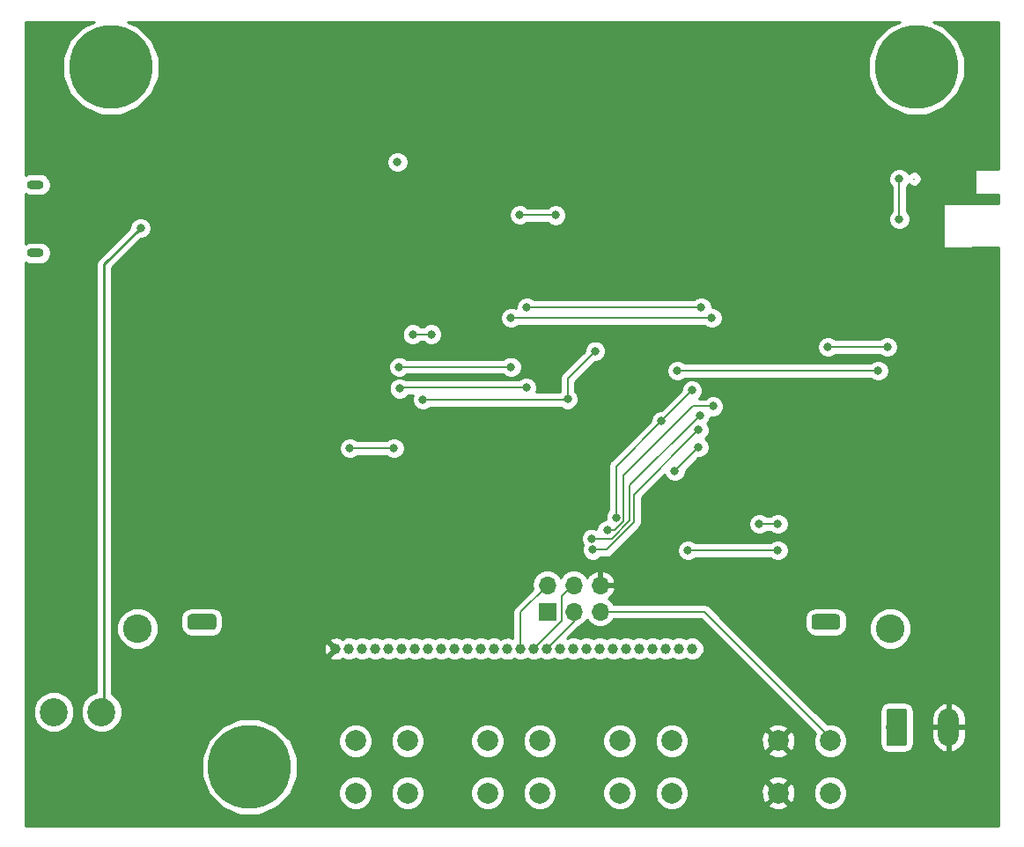
<source format=gbr>
G04 #@! TF.GenerationSoftware,KiCad,Pcbnew,(5.0.2)-1*
G04 #@! TF.CreationDate,2019-04-15T21:52:42-04:00*
G04 #@! TF.ProjectId,gomagottcha,676f6d61-676f-4747-9463-68612e6b6963,rev?*
G04 #@! TF.SameCoordinates,Original*
G04 #@! TF.FileFunction,Copper,L2,Bot*
G04 #@! TF.FilePolarity,Positive*
%FSLAX46Y46*%
G04 Gerber Fmt 4.6, Leading zero omitted, Abs format (unit mm)*
G04 Created by KiCad (PCBNEW (5.0.2)-1) date 4/15/2019 9:52:42 PM*
%MOMM*%
%LPD*%
G01*
G04 APERTURE LIST*
G04 #@! TA.AperFunction,ComponentPad*
%ADD10C,2.000000*%
G04 #@! TD*
G04 #@! TA.AperFunction,ComponentPad*
%ADD11C,1.000000*%
G04 #@! TD*
G04 #@! TA.AperFunction,ComponentPad*
%ADD12C,2.750000*%
G04 #@! TD*
G04 #@! TA.AperFunction,Conductor*
%ADD13C,0.100000*%
G04 #@! TD*
G04 #@! TA.AperFunction,ComponentPad*
%ADD14C,1.500000*%
G04 #@! TD*
G04 #@! TA.AperFunction,ComponentPad*
%ADD15R,1.700000X1.700000*%
G04 #@! TD*
G04 #@! TA.AperFunction,ComponentPad*
%ADD16O,1.700000X1.700000*%
G04 #@! TD*
G04 #@! TA.AperFunction,ComponentPad*
%ADD17O,2.000000X3.600000*%
G04 #@! TD*
G04 #@! TA.AperFunction,ComponentPad*
%ADD18C,2.700000*%
G04 #@! TD*
G04 #@! TA.AperFunction,ComponentPad*
%ADD19O,1.600000X0.900000*%
G04 #@! TD*
G04 #@! TA.AperFunction,ComponentPad*
%ADD20C,8.000000*%
G04 #@! TD*
G04 #@! TA.AperFunction,ViaPad*
%ADD21C,0.800000*%
G04 #@! TD*
G04 #@! TA.AperFunction,Conductor*
%ADD22C,0.250000*%
G04 #@! TD*
G04 #@! TA.AperFunction,Conductor*
%ADD23C,0.200000*%
G04 #@! TD*
G04 #@! TA.AperFunction,Conductor*
%ADD24C,0.254000*%
G04 #@! TD*
G04 APERTURE END LIST*
D10*
G04 #@! TO.P,S1,2*
G04 #@! TO.N,/RESET*
X115530000Y-88860000D03*
X115530000Y-83860000D03*
G04 #@! TO.P,S1,1*
G04 #@! TO.N,GND*
X110530000Y-83860000D03*
X110530000Y-88860000D03*
G04 #@! TD*
D11*
G04 #@! TO.P,U8,2*
G04 #@! TO.N,/RES*
X100990400Y-75006200D03*
G04 #@! TO.P,U8,1*
G04 #@! TO.N,/CS1*
X102260400Y-75006200D03*
G04 #@! TO.P,U8,3*
G04 #@! TO.N,/A0*
X99720400Y-75006200D03*
G04 #@! TO.P,U8,4*
G04 #@! TO.N,/WR*
X98450400Y-75006200D03*
G04 #@! TO.P,U8,5*
G04 #@! TO.N,/RD*
X97180400Y-75006200D03*
G04 #@! TO.P,U8,6*
G04 #@! TO.N,Net-(U8-Pad6)*
X95910400Y-75006200D03*
G04 #@! TO.P,U8,7*
G04 #@! TO.N,Net-(U8-Pad7)*
X94640400Y-75006200D03*
G04 #@! TO.P,U8,8*
G04 #@! TO.N,Net-(U8-Pad8)*
X93370400Y-75006200D03*
G04 #@! TO.P,U8,9*
G04 #@! TO.N,Net-(U8-Pad9)*
X92100400Y-75006200D03*
G04 #@! TO.P,U8,10*
G04 #@! TO.N,Net-(U8-Pad10)*
X90830400Y-75006200D03*
G04 #@! TO.P,U8,11*
G04 #@! TO.N,Net-(U8-Pad11)*
X89560400Y-75006200D03*
G04 #@! TO.P,U8,12*
G04 #@! TO.N,/SCK*
X88290400Y-75006200D03*
G04 #@! TO.P,U8,13*
G04 #@! TO.N,/MOSI*
X87020400Y-75006200D03*
G04 #@! TO.P,U8,14*
G04 #@! TO.N,+3V3*
X85750400Y-75006200D03*
G04 #@! TO.P,U8,15*
G04 #@! TO.N,GND*
X84480400Y-75006200D03*
G04 #@! TO.P,U8,16*
G04 #@! TO.N,Net-(C19-Pad1)*
X83210400Y-75006200D03*
G04 #@! TO.P,U8,17*
G04 #@! TO.N,Net-(C20-Pad1)*
X81940400Y-75006200D03*
G04 #@! TO.P,U8,18*
G04 #@! TO.N,Net-(C20-Pad2)*
X80670400Y-75006200D03*
G04 #@! TO.P,U8,19*
G04 #@! TO.N,Net-(C21-Pad1)*
X79400400Y-75006200D03*
G04 #@! TO.P,U8,20*
G04 #@! TO.N,Net-(C22-Pad2)*
X78130400Y-75006200D03*
G04 #@! TO.P,U8,21*
G04 #@! TO.N,Net-(C22-Pad1)*
X76860400Y-75006200D03*
G04 #@! TO.P,U8,22*
G04 #@! TO.N,Net-(C13-Pad1)*
X75590400Y-75006200D03*
G04 #@! TO.P,U8,23*
G04 #@! TO.N,Net-(C14-Pad1)*
X74320400Y-75006200D03*
G04 #@! TO.P,U8,24*
G04 #@! TO.N,Net-(C15-Pad1)*
X73050400Y-75006200D03*
G04 #@! TO.P,U8,25*
G04 #@! TO.N,Net-(C16-Pad1)*
X71780400Y-75006200D03*
G04 #@! TO.P,U8,26*
G04 #@! TO.N,Net-(C17-Pad1)*
X70510400Y-75006200D03*
G04 #@! TO.P,U8,27*
G04 #@! TO.N,+3V3*
X69240400Y-75006200D03*
G04 #@! TO.P,U8,28*
G04 #@! TO.N,GND*
X67970400Y-75006200D03*
D12*
G04 #@! TO.P,U8,32*
G04 #@! TO.N,N/C*
X121315400Y-73056200D03*
G04 #@! TO.P,U8,29*
X48915400Y-73056200D03*
D13*
G04 #@! TD*
G04 #@! TO.N,N/C*
G04 #@! TO.C,U8*
G36*
X56152156Y-71668006D02*
X56188559Y-71673406D01*
X56224257Y-71682347D01*
X56258906Y-71694745D01*
X56292174Y-71710480D01*
X56323739Y-71729399D01*
X56353297Y-71751321D01*
X56380565Y-71776035D01*
X56405279Y-71803303D01*
X56427201Y-71832861D01*
X56446120Y-71864426D01*
X56461855Y-71897694D01*
X56474253Y-71932343D01*
X56483194Y-71968041D01*
X56488594Y-72004444D01*
X56490400Y-72041200D01*
X56490400Y-72791200D01*
X56488594Y-72827956D01*
X56483194Y-72864359D01*
X56474253Y-72900057D01*
X56461855Y-72934706D01*
X56446120Y-72967974D01*
X56427201Y-72999539D01*
X56405279Y-73029097D01*
X56380565Y-73056365D01*
X56353297Y-73081079D01*
X56323739Y-73103001D01*
X56292174Y-73121920D01*
X56258906Y-73137655D01*
X56224257Y-73150053D01*
X56188559Y-73158994D01*
X56152156Y-73164394D01*
X56115400Y-73166200D01*
X54115400Y-73166200D01*
X54078644Y-73164394D01*
X54042241Y-73158994D01*
X54006543Y-73150053D01*
X53971894Y-73137655D01*
X53938626Y-73121920D01*
X53907061Y-73103001D01*
X53877503Y-73081079D01*
X53850235Y-73056365D01*
X53825521Y-73029097D01*
X53803599Y-72999539D01*
X53784680Y-72967974D01*
X53768945Y-72934706D01*
X53756547Y-72900057D01*
X53747606Y-72864359D01*
X53742206Y-72827956D01*
X53740400Y-72791200D01*
X53740400Y-72041200D01*
X53742206Y-72004444D01*
X53747606Y-71968041D01*
X53756547Y-71932343D01*
X53768945Y-71897694D01*
X53784680Y-71864426D01*
X53803599Y-71832861D01*
X53825521Y-71803303D01*
X53850235Y-71776035D01*
X53877503Y-71751321D01*
X53907061Y-71729399D01*
X53938626Y-71710480D01*
X53971894Y-71694745D01*
X54006543Y-71682347D01*
X54042241Y-71673406D01*
X54078644Y-71668006D01*
X54115400Y-71666200D01*
X56115400Y-71666200D01*
X56152156Y-71668006D01*
X56152156Y-71668006D01*
G37*
D14*
G04 #@! TO.P,U8,30*
G04 #@! TO.N,N/C*
X55115400Y-72416200D03*
D13*
G04 #@! TD*
G04 #@! TO.N,N/C*
G04 #@! TO.C,U8*
G36*
X116152156Y-71668006D02*
X116188559Y-71673406D01*
X116224257Y-71682347D01*
X116258906Y-71694745D01*
X116292174Y-71710480D01*
X116323739Y-71729399D01*
X116353297Y-71751321D01*
X116380565Y-71776035D01*
X116405279Y-71803303D01*
X116427201Y-71832861D01*
X116446120Y-71864426D01*
X116461855Y-71897694D01*
X116474253Y-71932343D01*
X116483194Y-71968041D01*
X116488594Y-72004444D01*
X116490400Y-72041200D01*
X116490400Y-72791200D01*
X116488594Y-72827956D01*
X116483194Y-72864359D01*
X116474253Y-72900057D01*
X116461855Y-72934706D01*
X116446120Y-72967974D01*
X116427201Y-72999539D01*
X116405279Y-73029097D01*
X116380565Y-73056365D01*
X116353297Y-73081079D01*
X116323739Y-73103001D01*
X116292174Y-73121920D01*
X116258906Y-73137655D01*
X116224257Y-73150053D01*
X116188559Y-73158994D01*
X116152156Y-73164394D01*
X116115400Y-73166200D01*
X114115400Y-73166200D01*
X114078644Y-73164394D01*
X114042241Y-73158994D01*
X114006543Y-73150053D01*
X113971894Y-73137655D01*
X113938626Y-73121920D01*
X113907061Y-73103001D01*
X113877503Y-73081079D01*
X113850235Y-73056365D01*
X113825521Y-73029097D01*
X113803599Y-72999539D01*
X113784680Y-72967974D01*
X113768945Y-72934706D01*
X113756547Y-72900057D01*
X113747606Y-72864359D01*
X113742206Y-72827956D01*
X113740400Y-72791200D01*
X113740400Y-72041200D01*
X113742206Y-72004444D01*
X113747606Y-71968041D01*
X113756547Y-71932343D01*
X113768945Y-71897694D01*
X113784680Y-71864426D01*
X113803599Y-71832861D01*
X113825521Y-71803303D01*
X113850235Y-71776035D01*
X113877503Y-71751321D01*
X113907061Y-71729399D01*
X113938626Y-71710480D01*
X113971894Y-71694745D01*
X114006543Y-71682347D01*
X114042241Y-71673406D01*
X114078644Y-71668006D01*
X114115400Y-71666200D01*
X116115400Y-71666200D01*
X116152156Y-71668006D01*
X116152156Y-71668006D01*
G37*
D14*
G04 #@! TO.P,U8,31*
G04 #@! TO.N,N/C*
X115115400Y-72416200D03*
G04 #@! TD*
D15*
G04 #@! TO.P,J2,1*
G04 #@! TO.N,/MISO*
X88328500Y-71437500D03*
D16*
G04 #@! TO.P,J2,2*
G04 #@! TO.N,+3V3*
X88328500Y-68897500D03*
G04 #@! TO.P,J2,3*
G04 #@! TO.N,/SCK*
X90868500Y-71437500D03*
G04 #@! TO.P,J2,4*
G04 #@! TO.N,/MOSI*
X90868500Y-68897500D03*
G04 #@! TO.P,J2,5*
G04 #@! TO.N,/RESET*
X93408500Y-71437500D03*
G04 #@! TO.P,J2,6*
G04 #@! TO.N,GND*
X93408500Y-68897500D03*
G04 #@! TD*
D13*
G04 #@! TO.N,Net-(BT1-Pad1)*
G04 #@! TO.C,BT1*
G36*
X122694504Y-80751204D02*
X122718773Y-80754804D01*
X122742571Y-80760765D01*
X122765671Y-80769030D01*
X122787849Y-80779520D01*
X122808893Y-80792133D01*
X122828598Y-80806747D01*
X122846777Y-80823223D01*
X122863253Y-80841402D01*
X122877867Y-80861107D01*
X122890480Y-80882151D01*
X122900970Y-80904329D01*
X122909235Y-80927429D01*
X122915196Y-80951227D01*
X122918796Y-80975496D01*
X122920000Y-81000000D01*
X122920000Y-84100000D01*
X122918796Y-84124504D01*
X122915196Y-84148773D01*
X122909235Y-84172571D01*
X122900970Y-84195671D01*
X122890480Y-84217849D01*
X122877867Y-84238893D01*
X122863253Y-84258598D01*
X122846777Y-84276777D01*
X122828598Y-84293253D01*
X122808893Y-84307867D01*
X122787849Y-84320480D01*
X122765671Y-84330970D01*
X122742571Y-84339235D01*
X122718773Y-84345196D01*
X122694504Y-84348796D01*
X122670000Y-84350000D01*
X121170000Y-84350000D01*
X121145496Y-84348796D01*
X121121227Y-84345196D01*
X121097429Y-84339235D01*
X121074329Y-84330970D01*
X121052151Y-84320480D01*
X121031107Y-84307867D01*
X121011402Y-84293253D01*
X120993223Y-84276777D01*
X120976747Y-84258598D01*
X120962133Y-84238893D01*
X120949520Y-84217849D01*
X120939030Y-84195671D01*
X120930765Y-84172571D01*
X120924804Y-84148773D01*
X120921204Y-84124504D01*
X120920000Y-84100000D01*
X120920000Y-81000000D01*
X120921204Y-80975496D01*
X120924804Y-80951227D01*
X120930765Y-80927429D01*
X120939030Y-80904329D01*
X120949520Y-80882151D01*
X120962133Y-80861107D01*
X120976747Y-80841402D01*
X120993223Y-80823223D01*
X121011402Y-80806747D01*
X121031107Y-80792133D01*
X121052151Y-80779520D01*
X121074329Y-80769030D01*
X121097429Y-80760765D01*
X121121227Y-80754804D01*
X121145496Y-80751204D01*
X121170000Y-80750000D01*
X122670000Y-80750000D01*
X122694504Y-80751204D01*
X122694504Y-80751204D01*
G37*
D10*
G04 #@! TD*
G04 #@! TO.P,BT1,1*
G04 #@! TO.N,Net-(BT1-Pad1)*
X121920000Y-82550000D03*
D17*
G04 #@! TO.P,BT1,2*
G04 #@! TO.N,GND*
X126920000Y-82550000D03*
G04 #@! TD*
D10*
G04 #@! TO.P,S4,1*
G04 #@! TO.N,+3V3*
X69890000Y-88860000D03*
X69890000Y-83860000D03*
G04 #@! TO.P,S4,2*
G04 #@! TO.N,/BUTTON3*
X74890000Y-83860000D03*
X74890000Y-88860000D03*
G04 #@! TD*
G04 #@! TO.P,S3,2*
G04 #@! TO.N,/BUTTON2*
X87590000Y-88860000D03*
X87590000Y-83860000D03*
G04 #@! TO.P,S3,1*
G04 #@! TO.N,+3V3*
X82590000Y-83860000D03*
X82590000Y-88860000D03*
G04 #@! TD*
G04 #@! TO.P,S2,1*
G04 #@! TO.N,+3V3*
X95290000Y-88860000D03*
X95290000Y-83860000D03*
G04 #@! TO.P,S2,2*
G04 #@! TO.N,/BUTTON1*
X100290000Y-83860000D03*
X100290000Y-88860000D03*
G04 #@! TD*
D18*
G04 #@! TO.P,SW1,1*
G04 #@! TO.N,Net-(SW1-Pad1)*
X45466000Y-81079000D03*
G04 #@! TO.P,SW1,2*
G04 #@! TO.N,Net-(BT1-Pad1)*
X40866000Y-81079000D03*
G04 #@! TD*
D19*
G04 #@! TO.P,J1,6*
G04 #@! TO.N,Net-(J1-Pad6)*
X39116000Y-36955000D03*
X39116000Y-30355000D03*
G04 #@! TD*
D20*
G04 #@! TO.P,REF\002A\002A,1*
G04 #@! TO.N,N/C*
X59690000Y-86360000D03*
G04 #@! TD*
G04 #@! TO.P,REF\002A\002A,1*
G04 #@! TO.N,N/C*
X46355000Y-19050000D03*
G04 #@! TD*
G04 #@! TO.P,REF\002A\002A,1*
G04 #@! TO.N,N/C*
X123825000Y-19050000D03*
G04 #@! TD*
D21*
G04 #@! TO.N,GND*
X43434000Y-34925000D03*
X61087000Y-31242000D03*
X53467000Y-33655000D03*
X53467000Y-41021000D03*
X74155180Y-42975665D03*
X56121180Y-38657665D03*
X63233180Y-43610665D03*
X67043180Y-40943665D03*
X63106180Y-40308665D03*
X63106180Y-38403665D03*
X67564000Y-26543000D03*
X43942000Y-51181000D03*
X72542400Y-69215000D03*
X81686400Y-78994000D03*
X73812400Y-78994000D03*
X129286000Y-64389000D03*
X130048000Y-71882000D03*
X93722650Y-61239432D03*
X108899150Y-61683932D03*
X110359650Y-45999432D03*
X93659150Y-45300932D03*
X87757000Y-26035000D03*
X81851500Y-30734000D03*
X128315287Y-38793065D03*
X103886000Y-49784000D03*
X129794000Y-42164000D03*
X126238000Y-47498000D03*
X94488000Y-35814000D03*
X130683000Y-26670000D03*
X97231200Y-80467200D03*
X104775000Y-82423000D03*
X89154000Y-79375000D03*
X76962000Y-82296000D03*
X127000000Y-86360000D03*
G04 #@! TO.N,Net-(SW1-Pad1)*
X49220000Y-34544000D03*
G04 #@! TO.N,/MOSI*
X92710000Y-65481200D03*
X102870000Y-53975000D03*
G04 #@! TO.N,/MISO*
X92608400Y-64414400D03*
X102997000Y-52578000D03*
G04 #@! TO.N,/SCK*
X104267000Y-51689000D03*
X94081600Y-63601600D03*
G04 #@! TO.N,/RESET*
X102235000Y-50165000D03*
X94945200Y-62382400D03*
X75387200Y-44754800D03*
X77165200Y-44754800D03*
X99314000Y-53086000D03*
G04 #@! TO.N,+3V3*
X73914000Y-28194000D03*
X90272188Y-51003200D03*
X76352400Y-51054000D03*
X92934149Y-46380400D03*
X121031000Y-45974000D03*
X115316000Y-45974000D03*
X102870000Y-55626000D03*
X100584000Y-57912000D03*
G04 #@! TO.N,Net-(R8-Pad1)*
X74091800Y-47904400D03*
X84836000Y-47904400D03*
X84836000Y-43180000D03*
X104140000Y-43180000D03*
G04 #@! TO.N,Net-(R7-Pad1)*
X74117200Y-49987200D03*
X86309200Y-49885600D03*
X86360000Y-42164000D03*
X103124000Y-42164000D03*
G04 #@! TO.N,/PWM_1*
X73578995Y-55707005D03*
X69346805Y-55707005D03*
G04 #@! TO.N,/PWM_2*
X100838000Y-48260000D03*
X120142000Y-48260000D03*
G04 #@! TO.N,/SCL*
X85661500Y-33274000D03*
X89128600Y-33299400D03*
G04 #@! TO.N,/MEAS_BAT*
X101854000Y-65532000D03*
X110490000Y-65532000D03*
G04 #@! TO.N,/RX_IND*
X122174000Y-33680400D03*
X122174000Y-29819600D03*
G04 #@! TO.N,/VBAT*
X108712000Y-62992000D03*
X110490000Y-62992000D03*
G04 #@! TD*
D22*
G04 #@! TO.N,Net-(SW1-Pad1)*
X49220000Y-34544000D02*
X45720000Y-38044000D01*
X45720000Y-38044000D02*
X45720000Y-81280000D01*
D23*
G04 #@! TO.N,/MOSI*
X96666010Y-60178990D02*
X102870000Y-53975000D01*
X96666010Y-62828988D02*
X96666010Y-60178990D01*
X92710000Y-65481200D02*
X94013798Y-65481200D01*
X94013798Y-65481200D02*
X96666010Y-62828988D01*
X89718499Y-72308101D02*
X89718499Y-69895101D01*
X87020400Y-75006200D02*
X89718499Y-72308101D01*
X89718499Y-69895101D02*
X90830400Y-68783200D01*
G04 #@! TO.N,/MISO*
X96266000Y-59309000D02*
X102997000Y-52578000D01*
X96266000Y-62663300D02*
X96266000Y-59309000D01*
X92608400Y-64414400D02*
X94514900Y-64414400D01*
X94514900Y-64414400D02*
X96266000Y-62663300D01*
G04 #@! TO.N,/SCK*
X94762002Y-63601600D02*
X94081600Y-63601600D01*
X95645201Y-62718401D02*
X94762002Y-63601600D01*
X95645201Y-58348114D02*
X95645201Y-62718401D01*
X90868500Y-71437500D02*
X90868500Y-72351900D01*
X90868500Y-72351900D02*
X88239600Y-74980800D01*
X102304315Y-51689000D02*
X95645201Y-58348114D01*
X104267000Y-51689000D02*
X102304315Y-51689000D01*
G04 #@! TO.N,/RESET*
X94945200Y-62382400D02*
X94945200Y-61306884D01*
X102235000Y-50165000D02*
X99314000Y-53086000D01*
X94945200Y-57454800D02*
X94945200Y-61306884D01*
X75387200Y-44754800D02*
X77165200Y-44754800D01*
X76911200Y-44754800D02*
X77165200Y-44754800D01*
X77165200Y-44754800D02*
X76911200Y-44754800D01*
X99314000Y-53086000D02*
X94945200Y-57454800D01*
X93408500Y-71437500D02*
X103441500Y-71437500D01*
X103441500Y-71437500D02*
X115570000Y-83566000D01*
G04 #@! TO.N,+3V3*
X90221388Y-51054000D02*
X90272188Y-51003200D01*
X76352400Y-51054000D02*
X90221388Y-51054000D01*
X90272188Y-49042361D02*
X92934149Y-46380400D01*
X90272188Y-51003200D02*
X90272188Y-49042361D01*
X85750400Y-75006200D02*
X85750400Y-71475600D01*
X85750400Y-71475600D02*
X88341200Y-68884800D01*
X121031000Y-45974000D02*
X115316000Y-45974000D01*
X115316000Y-45974000D02*
X115316000Y-45974000D01*
X102870000Y-55626000D02*
X100584000Y-57912000D01*
G04 #@! TO.N,Net-(R8-Pad1)*
X74091800Y-47904400D02*
X77571600Y-47904400D01*
X77571600Y-47904400D02*
X77571600Y-47904400D01*
X84836000Y-43180000D02*
X90932000Y-43180000D01*
X90932000Y-43180000D02*
X90932000Y-43180000D01*
X90932000Y-43180000D02*
X103124000Y-43180000D01*
X103124000Y-43180000D02*
X103124000Y-43180000D01*
X103124000Y-43180000D02*
X104140000Y-43180000D01*
X104140000Y-43180000D02*
X104140000Y-43180000D01*
X77571600Y-47904400D02*
X84836000Y-47904400D01*
G04 #@! TO.N,Net-(R7-Pad1)*
X74117200Y-49885600D02*
X77647800Y-49885600D01*
X77647800Y-49885600D02*
X77647800Y-49885600D01*
X86360000Y-42164000D02*
X90932000Y-42164000D01*
X90932000Y-42164000D02*
X90932000Y-42164000D01*
X90932000Y-42164000D02*
X103124000Y-42164000D01*
X103124000Y-42164000D02*
X103124000Y-42164000D01*
X77647800Y-49885600D02*
X86309200Y-49885600D01*
G04 #@! TO.N,/PWM_1*
X73578995Y-55707005D02*
X69346805Y-55707005D01*
X69346805Y-55707005D02*
X69346805Y-55707005D01*
G04 #@! TO.N,/PWM_2*
X100838000Y-48260000D02*
X119380000Y-48260000D01*
X119380000Y-48260000D02*
X120142000Y-48260000D01*
X120142000Y-48260000D02*
X120142000Y-48260000D01*
D22*
G04 #@! TO.N,/SCL*
X85661500Y-33274000D02*
X85661500Y-33274000D01*
D23*
X85686900Y-33299400D02*
X85661500Y-33274000D01*
X89128600Y-33299400D02*
X85686900Y-33299400D01*
G04 #@! TO.N,/MEAS_BAT*
X101854000Y-65532000D02*
X110490000Y-65532000D01*
X110490000Y-65532000D02*
X110490000Y-65532000D01*
G04 #@! TO.N,/RX_IND*
X122174000Y-33680400D02*
X122174000Y-29819600D01*
X123596400Y-29819600D02*
X123596400Y-29819600D01*
G04 #@! TO.N,/VBAT*
X108712000Y-62992000D02*
X110490000Y-62992000D01*
X110490000Y-62992000D02*
X110490000Y-62992000D01*
G04 #@! TD*
D24*
G04 #@! TO.N,GND*
G36*
X43729483Y-15120637D02*
X42425637Y-16424483D01*
X41720000Y-18128041D01*
X41720000Y-19971959D01*
X42425637Y-21675517D01*
X43729483Y-22979363D01*
X45433041Y-23685000D01*
X47276959Y-23685000D01*
X48980517Y-22979363D01*
X50284363Y-21675517D01*
X50990000Y-19971959D01*
X50990000Y-18128041D01*
X50284363Y-16424483D01*
X48980517Y-15120637D01*
X47977081Y-14705000D01*
X122202919Y-14705000D01*
X121199483Y-15120637D01*
X119895637Y-16424483D01*
X119190000Y-18128041D01*
X119190000Y-19971959D01*
X119895637Y-21675517D01*
X121199483Y-22979363D01*
X122903041Y-23685000D01*
X124746959Y-23685000D01*
X126450517Y-22979363D01*
X127754363Y-21675517D01*
X128460000Y-19971959D01*
X128460000Y-18128041D01*
X127754363Y-16424483D01*
X126450517Y-15120637D01*
X125447081Y-14705000D01*
X131751001Y-14705000D01*
X131751001Y-28891482D01*
X129568079Y-28891482D01*
X129519478Y-28901149D01*
X129478276Y-28928679D01*
X129450746Y-28969881D01*
X129441079Y-29018482D01*
X129441079Y-31177482D01*
X129450746Y-31226083D01*
X129478276Y-31267285D01*
X129519478Y-31294815D01*
X129568079Y-31304482D01*
X131751001Y-31304482D01*
X131751001Y-32193482D01*
X126520079Y-32193482D01*
X126471478Y-32203149D01*
X126430276Y-32230679D01*
X126402746Y-32271881D01*
X126393079Y-32320482D01*
X126393079Y-36384482D01*
X126403855Y-36435678D01*
X126432294Y-36476258D01*
X126474097Y-36502865D01*
X126522901Y-36511451D01*
X131751001Y-36395271D01*
X131751000Y-92000000D01*
X38175000Y-92000000D01*
X38175000Y-85438041D01*
X55055000Y-85438041D01*
X55055000Y-87281959D01*
X55760637Y-88985517D01*
X57064483Y-90289363D01*
X58768041Y-90995000D01*
X60611959Y-90995000D01*
X62315517Y-90289363D01*
X63619363Y-88985517D01*
X63806065Y-88534778D01*
X68255000Y-88534778D01*
X68255000Y-89185222D01*
X68503914Y-89786153D01*
X68963847Y-90246086D01*
X69564778Y-90495000D01*
X70215222Y-90495000D01*
X70816153Y-90246086D01*
X71276086Y-89786153D01*
X71525000Y-89185222D01*
X71525000Y-88534778D01*
X73255000Y-88534778D01*
X73255000Y-89185222D01*
X73503914Y-89786153D01*
X73963847Y-90246086D01*
X74564778Y-90495000D01*
X75215222Y-90495000D01*
X75816153Y-90246086D01*
X76276086Y-89786153D01*
X76525000Y-89185222D01*
X76525000Y-88534778D01*
X80955000Y-88534778D01*
X80955000Y-89185222D01*
X81203914Y-89786153D01*
X81663847Y-90246086D01*
X82264778Y-90495000D01*
X82915222Y-90495000D01*
X83516153Y-90246086D01*
X83976086Y-89786153D01*
X84225000Y-89185222D01*
X84225000Y-88534778D01*
X85955000Y-88534778D01*
X85955000Y-89185222D01*
X86203914Y-89786153D01*
X86663847Y-90246086D01*
X87264778Y-90495000D01*
X87915222Y-90495000D01*
X88516153Y-90246086D01*
X88976086Y-89786153D01*
X89225000Y-89185222D01*
X89225000Y-88534778D01*
X93655000Y-88534778D01*
X93655000Y-89185222D01*
X93903914Y-89786153D01*
X94363847Y-90246086D01*
X94964778Y-90495000D01*
X95615222Y-90495000D01*
X96216153Y-90246086D01*
X96676086Y-89786153D01*
X96925000Y-89185222D01*
X96925000Y-88534778D01*
X98655000Y-88534778D01*
X98655000Y-89185222D01*
X98903914Y-89786153D01*
X99363847Y-90246086D01*
X99964778Y-90495000D01*
X100615222Y-90495000D01*
X101216153Y-90246086D01*
X101449707Y-90012532D01*
X109557073Y-90012532D01*
X109655736Y-90279387D01*
X110265461Y-90505908D01*
X110915460Y-90481856D01*
X111404264Y-90279387D01*
X111502927Y-90012532D01*
X110530000Y-89039605D01*
X109557073Y-90012532D01*
X101449707Y-90012532D01*
X101676086Y-89786153D01*
X101925000Y-89185222D01*
X101925000Y-88595461D01*
X108884092Y-88595461D01*
X108908144Y-89245460D01*
X109110613Y-89734264D01*
X109377468Y-89832927D01*
X110350395Y-88860000D01*
X110709605Y-88860000D01*
X111682532Y-89832927D01*
X111949387Y-89734264D01*
X112175908Y-89124539D01*
X112154085Y-88534778D01*
X113895000Y-88534778D01*
X113895000Y-89185222D01*
X114143914Y-89786153D01*
X114603847Y-90246086D01*
X115204778Y-90495000D01*
X115855222Y-90495000D01*
X116456153Y-90246086D01*
X116916086Y-89786153D01*
X117165000Y-89185222D01*
X117165000Y-88534778D01*
X116916086Y-87933847D01*
X116456153Y-87473914D01*
X115855222Y-87225000D01*
X115204778Y-87225000D01*
X114603847Y-87473914D01*
X114143914Y-87933847D01*
X113895000Y-88534778D01*
X112154085Y-88534778D01*
X112151856Y-88474540D01*
X111949387Y-87985736D01*
X111682532Y-87887073D01*
X110709605Y-88860000D01*
X110350395Y-88860000D01*
X109377468Y-87887073D01*
X109110613Y-87985736D01*
X108884092Y-88595461D01*
X101925000Y-88595461D01*
X101925000Y-88534778D01*
X101676086Y-87933847D01*
X101449707Y-87707468D01*
X109557073Y-87707468D01*
X110530000Y-88680395D01*
X111502927Y-87707468D01*
X111404264Y-87440613D01*
X110794539Y-87214092D01*
X110144540Y-87238144D01*
X109655736Y-87440613D01*
X109557073Y-87707468D01*
X101449707Y-87707468D01*
X101216153Y-87473914D01*
X100615222Y-87225000D01*
X99964778Y-87225000D01*
X99363847Y-87473914D01*
X98903914Y-87933847D01*
X98655000Y-88534778D01*
X96925000Y-88534778D01*
X96676086Y-87933847D01*
X96216153Y-87473914D01*
X95615222Y-87225000D01*
X94964778Y-87225000D01*
X94363847Y-87473914D01*
X93903914Y-87933847D01*
X93655000Y-88534778D01*
X89225000Y-88534778D01*
X88976086Y-87933847D01*
X88516153Y-87473914D01*
X87915222Y-87225000D01*
X87264778Y-87225000D01*
X86663847Y-87473914D01*
X86203914Y-87933847D01*
X85955000Y-88534778D01*
X84225000Y-88534778D01*
X83976086Y-87933847D01*
X83516153Y-87473914D01*
X82915222Y-87225000D01*
X82264778Y-87225000D01*
X81663847Y-87473914D01*
X81203914Y-87933847D01*
X80955000Y-88534778D01*
X76525000Y-88534778D01*
X76276086Y-87933847D01*
X75816153Y-87473914D01*
X75215222Y-87225000D01*
X74564778Y-87225000D01*
X73963847Y-87473914D01*
X73503914Y-87933847D01*
X73255000Y-88534778D01*
X71525000Y-88534778D01*
X71276086Y-87933847D01*
X70816153Y-87473914D01*
X70215222Y-87225000D01*
X69564778Y-87225000D01*
X68963847Y-87473914D01*
X68503914Y-87933847D01*
X68255000Y-88534778D01*
X63806065Y-88534778D01*
X64325000Y-87281959D01*
X64325000Y-85438041D01*
X63619363Y-83734483D01*
X63419658Y-83534778D01*
X68255000Y-83534778D01*
X68255000Y-84185222D01*
X68503914Y-84786153D01*
X68963847Y-85246086D01*
X69564778Y-85495000D01*
X70215222Y-85495000D01*
X70816153Y-85246086D01*
X71276086Y-84786153D01*
X71525000Y-84185222D01*
X71525000Y-83534778D01*
X73255000Y-83534778D01*
X73255000Y-84185222D01*
X73503914Y-84786153D01*
X73963847Y-85246086D01*
X74564778Y-85495000D01*
X75215222Y-85495000D01*
X75816153Y-85246086D01*
X76276086Y-84786153D01*
X76525000Y-84185222D01*
X76525000Y-83534778D01*
X80955000Y-83534778D01*
X80955000Y-84185222D01*
X81203914Y-84786153D01*
X81663847Y-85246086D01*
X82264778Y-85495000D01*
X82915222Y-85495000D01*
X83516153Y-85246086D01*
X83976086Y-84786153D01*
X84225000Y-84185222D01*
X84225000Y-83534778D01*
X85955000Y-83534778D01*
X85955000Y-84185222D01*
X86203914Y-84786153D01*
X86663847Y-85246086D01*
X87264778Y-85495000D01*
X87915222Y-85495000D01*
X88516153Y-85246086D01*
X88976086Y-84786153D01*
X89225000Y-84185222D01*
X89225000Y-83534778D01*
X93655000Y-83534778D01*
X93655000Y-84185222D01*
X93903914Y-84786153D01*
X94363847Y-85246086D01*
X94964778Y-85495000D01*
X95615222Y-85495000D01*
X96216153Y-85246086D01*
X96676086Y-84786153D01*
X96925000Y-84185222D01*
X96925000Y-83534778D01*
X98655000Y-83534778D01*
X98655000Y-84185222D01*
X98903914Y-84786153D01*
X99363847Y-85246086D01*
X99964778Y-85495000D01*
X100615222Y-85495000D01*
X101216153Y-85246086D01*
X101449707Y-85012532D01*
X109557073Y-85012532D01*
X109655736Y-85279387D01*
X110265461Y-85505908D01*
X110915460Y-85481856D01*
X111404264Y-85279387D01*
X111502927Y-85012532D01*
X110530000Y-84039605D01*
X109557073Y-85012532D01*
X101449707Y-85012532D01*
X101676086Y-84786153D01*
X101925000Y-84185222D01*
X101925000Y-83595461D01*
X108884092Y-83595461D01*
X108908144Y-84245460D01*
X109110613Y-84734264D01*
X109377468Y-84832927D01*
X110350395Y-83860000D01*
X110709605Y-83860000D01*
X111682532Y-84832927D01*
X111949387Y-84734264D01*
X112175908Y-84124539D01*
X112151856Y-83474540D01*
X111949387Y-82985736D01*
X111682532Y-82887073D01*
X110709605Y-83860000D01*
X110350395Y-83860000D01*
X109377468Y-82887073D01*
X109110613Y-82985736D01*
X108884092Y-83595461D01*
X101925000Y-83595461D01*
X101925000Y-83534778D01*
X101676086Y-82933847D01*
X101449707Y-82707468D01*
X109557073Y-82707468D01*
X110530000Y-83680395D01*
X111502927Y-82707468D01*
X111404264Y-82440613D01*
X110794539Y-82214092D01*
X110144540Y-82238144D01*
X109655736Y-82440613D01*
X109557073Y-82707468D01*
X101449707Y-82707468D01*
X101216153Y-82473914D01*
X100615222Y-82225000D01*
X99964778Y-82225000D01*
X99363847Y-82473914D01*
X98903914Y-82933847D01*
X98655000Y-83534778D01*
X96925000Y-83534778D01*
X96676086Y-82933847D01*
X96216153Y-82473914D01*
X95615222Y-82225000D01*
X94964778Y-82225000D01*
X94363847Y-82473914D01*
X93903914Y-82933847D01*
X93655000Y-83534778D01*
X89225000Y-83534778D01*
X88976086Y-82933847D01*
X88516153Y-82473914D01*
X87915222Y-82225000D01*
X87264778Y-82225000D01*
X86663847Y-82473914D01*
X86203914Y-82933847D01*
X85955000Y-83534778D01*
X84225000Y-83534778D01*
X83976086Y-82933847D01*
X83516153Y-82473914D01*
X82915222Y-82225000D01*
X82264778Y-82225000D01*
X81663847Y-82473914D01*
X81203914Y-82933847D01*
X80955000Y-83534778D01*
X76525000Y-83534778D01*
X76276086Y-82933847D01*
X75816153Y-82473914D01*
X75215222Y-82225000D01*
X74564778Y-82225000D01*
X73963847Y-82473914D01*
X73503914Y-82933847D01*
X73255000Y-83534778D01*
X71525000Y-83534778D01*
X71276086Y-82933847D01*
X70816153Y-82473914D01*
X70215222Y-82225000D01*
X69564778Y-82225000D01*
X68963847Y-82473914D01*
X68503914Y-82933847D01*
X68255000Y-83534778D01*
X63419658Y-83534778D01*
X62315517Y-82430637D01*
X60611959Y-81725000D01*
X58768041Y-81725000D01*
X57064483Y-82430637D01*
X55760637Y-83734483D01*
X55055000Y-85438041D01*
X38175000Y-85438041D01*
X38175000Y-80684159D01*
X38881000Y-80684159D01*
X38881000Y-81473841D01*
X39183199Y-82203412D01*
X39741588Y-82761801D01*
X40471159Y-83064000D01*
X41260841Y-83064000D01*
X41990412Y-82761801D01*
X42548801Y-82203412D01*
X42851000Y-81473841D01*
X42851000Y-80684159D01*
X43481000Y-80684159D01*
X43481000Y-81473841D01*
X43783199Y-82203412D01*
X44341588Y-82761801D01*
X45071159Y-83064000D01*
X45860841Y-83064000D01*
X46590412Y-82761801D01*
X47148801Y-82203412D01*
X47451000Y-81473841D01*
X47451000Y-80684159D01*
X47148801Y-79954588D01*
X46590412Y-79396199D01*
X46480000Y-79350465D01*
X46480000Y-72656386D01*
X46905400Y-72656386D01*
X46905400Y-73456014D01*
X47211404Y-74194773D01*
X47776827Y-74760196D01*
X48515586Y-75066200D01*
X49315214Y-75066200D01*
X49810195Y-74861172D01*
X66822288Y-74861172D01*
X66854183Y-75311575D01*
X66965183Y-75579552D01*
X67180296Y-75616699D01*
X67790795Y-75006200D01*
X67180296Y-74395701D01*
X66965183Y-74432848D01*
X66822288Y-74861172D01*
X49810195Y-74861172D01*
X50053973Y-74760196D01*
X50598073Y-74216096D01*
X67359901Y-74216096D01*
X67970400Y-74826595D01*
X67984543Y-74812453D01*
X68105400Y-74933310D01*
X68105400Y-75079090D01*
X67984543Y-75199948D01*
X67970400Y-75185805D01*
X67359901Y-75796304D01*
X67397048Y-76011417D01*
X67825372Y-76154312D01*
X68275775Y-76122417D01*
X68543752Y-76011417D01*
X68557996Y-75928929D01*
X68597474Y-75968407D01*
X69014634Y-76141200D01*
X69466166Y-76141200D01*
X69875400Y-75971690D01*
X70284634Y-76141200D01*
X70736166Y-76141200D01*
X71145400Y-75971690D01*
X71554634Y-76141200D01*
X72006166Y-76141200D01*
X72415400Y-75971690D01*
X72824634Y-76141200D01*
X73276166Y-76141200D01*
X73685400Y-75971690D01*
X74094634Y-76141200D01*
X74546166Y-76141200D01*
X74955400Y-75971690D01*
X75364634Y-76141200D01*
X75816166Y-76141200D01*
X76225400Y-75971690D01*
X76634634Y-76141200D01*
X77086166Y-76141200D01*
X77495400Y-75971690D01*
X77904634Y-76141200D01*
X78356166Y-76141200D01*
X78765400Y-75971690D01*
X79174634Y-76141200D01*
X79626166Y-76141200D01*
X80035400Y-75971690D01*
X80444634Y-76141200D01*
X80896166Y-76141200D01*
X81305400Y-75971690D01*
X81714634Y-76141200D01*
X82166166Y-76141200D01*
X82575400Y-75971690D01*
X82984634Y-76141200D01*
X83436166Y-76141200D01*
X83853326Y-75968407D01*
X83892804Y-75928929D01*
X83907048Y-76011417D01*
X84335372Y-76154312D01*
X84785775Y-76122417D01*
X85053752Y-76011417D01*
X85067996Y-75928929D01*
X85107474Y-75968407D01*
X85524634Y-76141200D01*
X85976166Y-76141200D01*
X86385400Y-75971690D01*
X86794634Y-76141200D01*
X87246166Y-76141200D01*
X87655400Y-75971690D01*
X88064634Y-76141200D01*
X88516166Y-76141200D01*
X88925400Y-75971690D01*
X89334634Y-76141200D01*
X89786166Y-76141200D01*
X90195400Y-75971690D01*
X90604634Y-76141200D01*
X91056166Y-76141200D01*
X91465400Y-75971690D01*
X91874634Y-76141200D01*
X92326166Y-76141200D01*
X92735400Y-75971690D01*
X93144634Y-76141200D01*
X93596166Y-76141200D01*
X94005400Y-75971690D01*
X94414634Y-76141200D01*
X94866166Y-76141200D01*
X95275400Y-75971690D01*
X95684634Y-76141200D01*
X96136166Y-76141200D01*
X96545400Y-75971690D01*
X96954634Y-76141200D01*
X97406166Y-76141200D01*
X97815400Y-75971690D01*
X98224634Y-76141200D01*
X98676166Y-76141200D01*
X99085400Y-75971690D01*
X99494634Y-76141200D01*
X99946166Y-76141200D01*
X100355400Y-75971690D01*
X100764634Y-76141200D01*
X101216166Y-76141200D01*
X101625400Y-75971690D01*
X102034634Y-76141200D01*
X102486166Y-76141200D01*
X102903326Y-75968407D01*
X103222607Y-75649126D01*
X103395400Y-75231966D01*
X103395400Y-74780434D01*
X103222607Y-74363274D01*
X102903326Y-74043993D01*
X102486166Y-73871200D01*
X102034634Y-73871200D01*
X101625400Y-74040710D01*
X101216166Y-73871200D01*
X100764634Y-73871200D01*
X100355400Y-74040710D01*
X99946166Y-73871200D01*
X99494634Y-73871200D01*
X99085400Y-74040710D01*
X98676166Y-73871200D01*
X98224634Y-73871200D01*
X97815400Y-74040710D01*
X97406166Y-73871200D01*
X96954634Y-73871200D01*
X96545400Y-74040710D01*
X96136166Y-73871200D01*
X95684634Y-73871200D01*
X95275400Y-74040710D01*
X94866166Y-73871200D01*
X94414634Y-73871200D01*
X94005400Y-74040710D01*
X93596166Y-73871200D01*
X93144634Y-73871200D01*
X92735400Y-74040710D01*
X92326166Y-73871200D01*
X91874634Y-73871200D01*
X91465400Y-74040710D01*
X91056166Y-73871200D01*
X90604634Y-73871200D01*
X90235921Y-74023926D01*
X91337037Y-72922809D01*
X91398405Y-72881805D01*
X91425852Y-72840728D01*
X91447918Y-72836339D01*
X91939125Y-72508125D01*
X92138500Y-72209739D01*
X92337875Y-72508125D01*
X92829082Y-72836339D01*
X93262244Y-72922500D01*
X93554756Y-72922500D01*
X93987918Y-72836339D01*
X94479125Y-72508125D01*
X94703382Y-72172500D01*
X103137054Y-72172500D01*
X114072005Y-83107452D01*
X113895000Y-83534778D01*
X113895000Y-84185222D01*
X114143914Y-84786153D01*
X114603847Y-85246086D01*
X115204778Y-85495000D01*
X115855222Y-85495000D01*
X116456153Y-85246086D01*
X116916086Y-84786153D01*
X117165000Y-84185222D01*
X117165000Y-83534778D01*
X116916086Y-82933847D01*
X116456153Y-82473914D01*
X115855222Y-82225000D01*
X115268447Y-82225000D01*
X114043447Y-81000000D01*
X120272560Y-81000000D01*
X120272560Y-84100000D01*
X120340874Y-84443435D01*
X120535414Y-84734586D01*
X120826565Y-84929126D01*
X121170000Y-84997440D01*
X122670000Y-84997440D01*
X123013435Y-84929126D01*
X123304586Y-84734586D01*
X123499126Y-84443435D01*
X123567440Y-84100000D01*
X123567440Y-82677000D01*
X125285000Y-82677000D01*
X125285000Y-83477000D01*
X125458058Y-84093020D01*
X125853683Y-84595922D01*
X126411645Y-84909144D01*
X126539566Y-84940124D01*
X126793000Y-84820777D01*
X126793000Y-82677000D01*
X127047000Y-82677000D01*
X127047000Y-84820777D01*
X127300434Y-84940124D01*
X127428355Y-84909144D01*
X127986317Y-84595922D01*
X128381942Y-84093020D01*
X128555000Y-83477000D01*
X128555000Y-82677000D01*
X127047000Y-82677000D01*
X126793000Y-82677000D01*
X125285000Y-82677000D01*
X123567440Y-82677000D01*
X123567440Y-81623000D01*
X125285000Y-81623000D01*
X125285000Y-82423000D01*
X126793000Y-82423000D01*
X126793000Y-80279223D01*
X127047000Y-80279223D01*
X127047000Y-82423000D01*
X128555000Y-82423000D01*
X128555000Y-81623000D01*
X128381942Y-81006980D01*
X127986317Y-80504078D01*
X127428355Y-80190856D01*
X127300434Y-80159876D01*
X127047000Y-80279223D01*
X126793000Y-80279223D01*
X126539566Y-80159876D01*
X126411645Y-80190856D01*
X125853683Y-80504078D01*
X125458058Y-81006980D01*
X125285000Y-81623000D01*
X123567440Y-81623000D01*
X123567440Y-81000000D01*
X123499126Y-80656565D01*
X123304586Y-80365414D01*
X123013435Y-80170874D01*
X122670000Y-80102560D01*
X121170000Y-80102560D01*
X120826565Y-80170874D01*
X120535414Y-80365414D01*
X120340874Y-80656565D01*
X120272560Y-81000000D01*
X114043447Y-81000000D01*
X105084647Y-72041200D01*
X113092960Y-72041200D01*
X113092960Y-72791200D01*
X113170789Y-73182471D01*
X113392426Y-73514174D01*
X113724129Y-73735811D01*
X114115400Y-73813640D01*
X116115400Y-73813640D01*
X116506671Y-73735811D01*
X116838374Y-73514174D01*
X117060011Y-73182471D01*
X117137840Y-72791200D01*
X117137840Y-72656386D01*
X119305400Y-72656386D01*
X119305400Y-73456014D01*
X119611404Y-74194773D01*
X120176827Y-74760196D01*
X120915586Y-75066200D01*
X121715214Y-75066200D01*
X122453973Y-74760196D01*
X123019396Y-74194773D01*
X123325400Y-73456014D01*
X123325400Y-72656386D01*
X123019396Y-71917627D01*
X122453973Y-71352204D01*
X121715214Y-71046200D01*
X120915586Y-71046200D01*
X120176827Y-71352204D01*
X119611404Y-71917627D01*
X119305400Y-72656386D01*
X117137840Y-72656386D01*
X117137840Y-72041200D01*
X117060011Y-71649929D01*
X116838374Y-71318226D01*
X116506671Y-71096589D01*
X116115400Y-71018760D01*
X114115400Y-71018760D01*
X113724129Y-71096589D01*
X113392426Y-71318226D01*
X113170789Y-71649929D01*
X113092960Y-72041200D01*
X105084647Y-72041200D01*
X104012411Y-70968965D01*
X103971405Y-70907595D01*
X103728283Y-70745146D01*
X103513888Y-70702500D01*
X103513884Y-70702500D01*
X103441500Y-70688102D01*
X103369116Y-70702500D01*
X94703382Y-70702500D01*
X94479125Y-70366875D01*
X94178714Y-70166147D01*
X94603683Y-69778858D01*
X94849986Y-69254392D01*
X94729319Y-69024500D01*
X93535500Y-69024500D01*
X93535500Y-69044500D01*
X93281500Y-69044500D01*
X93281500Y-69024500D01*
X93261500Y-69024500D01*
X93261500Y-68770500D01*
X93281500Y-68770500D01*
X93281500Y-67577345D01*
X93535500Y-67577345D01*
X93535500Y-68770500D01*
X94729319Y-68770500D01*
X94849986Y-68540608D01*
X94603683Y-68016142D01*
X94175424Y-67625855D01*
X93765390Y-67456024D01*
X93535500Y-67577345D01*
X93281500Y-67577345D01*
X93051610Y-67456024D01*
X92641576Y-67625855D01*
X92213317Y-68016142D01*
X92152343Y-68145978D01*
X91939125Y-67826875D01*
X91447918Y-67498661D01*
X91014756Y-67412500D01*
X90722244Y-67412500D01*
X90289082Y-67498661D01*
X89797875Y-67826875D01*
X89598500Y-68125261D01*
X89399125Y-67826875D01*
X88907918Y-67498661D01*
X88474756Y-67412500D01*
X88182244Y-67412500D01*
X87749082Y-67498661D01*
X87257875Y-67826875D01*
X86929661Y-68318082D01*
X86814408Y-68897500D01*
X86893157Y-69293397D01*
X85281863Y-70904691D01*
X85220496Y-70945695D01*
X85179492Y-71007062D01*
X85179491Y-71007063D01*
X85058046Y-71188818D01*
X85001002Y-71475600D01*
X85015401Y-71547989D01*
X85015400Y-73988188D01*
X84625428Y-73858088D01*
X84175025Y-73889983D01*
X83907048Y-74000983D01*
X83892804Y-74083471D01*
X83853326Y-74043993D01*
X83436166Y-73871200D01*
X82984634Y-73871200D01*
X82575400Y-74040710D01*
X82166166Y-73871200D01*
X81714634Y-73871200D01*
X81305400Y-74040710D01*
X80896166Y-73871200D01*
X80444634Y-73871200D01*
X80035400Y-74040710D01*
X79626166Y-73871200D01*
X79174634Y-73871200D01*
X78765400Y-74040710D01*
X78356166Y-73871200D01*
X77904634Y-73871200D01*
X77495400Y-74040710D01*
X77086166Y-73871200D01*
X76634634Y-73871200D01*
X76225400Y-74040710D01*
X75816166Y-73871200D01*
X75364634Y-73871200D01*
X74955400Y-74040710D01*
X74546166Y-73871200D01*
X74094634Y-73871200D01*
X73685400Y-74040710D01*
X73276166Y-73871200D01*
X72824634Y-73871200D01*
X72415400Y-74040710D01*
X72006166Y-73871200D01*
X71554634Y-73871200D01*
X71145400Y-74040710D01*
X70736166Y-73871200D01*
X70284634Y-73871200D01*
X69875400Y-74040710D01*
X69466166Y-73871200D01*
X69014634Y-73871200D01*
X68597474Y-74043993D01*
X68557996Y-74083471D01*
X68543752Y-74000983D01*
X68115428Y-73858088D01*
X67665025Y-73889983D01*
X67397048Y-74000983D01*
X67359901Y-74216096D01*
X50598073Y-74216096D01*
X50619396Y-74194773D01*
X50925400Y-73456014D01*
X50925400Y-72656386D01*
X50670582Y-72041200D01*
X53092960Y-72041200D01*
X53092960Y-72791200D01*
X53170789Y-73182471D01*
X53392426Y-73514174D01*
X53724129Y-73735811D01*
X54115400Y-73813640D01*
X56115400Y-73813640D01*
X56506671Y-73735811D01*
X56838374Y-73514174D01*
X57060011Y-73182471D01*
X57137840Y-72791200D01*
X57137840Y-72041200D01*
X57060011Y-71649929D01*
X56838374Y-71318226D01*
X56506671Y-71096589D01*
X56115400Y-71018760D01*
X54115400Y-71018760D01*
X53724129Y-71096589D01*
X53392426Y-71318226D01*
X53170789Y-71649929D01*
X53092960Y-72041200D01*
X50670582Y-72041200D01*
X50619396Y-71917627D01*
X50053973Y-71352204D01*
X49315214Y-71046200D01*
X48515586Y-71046200D01*
X47776827Y-71352204D01*
X47211404Y-71917627D01*
X46905400Y-72656386D01*
X46480000Y-72656386D01*
X46480000Y-64208526D01*
X91573400Y-64208526D01*
X91573400Y-64620274D01*
X91730969Y-65000680D01*
X91771835Y-65041546D01*
X91675000Y-65275326D01*
X91675000Y-65687074D01*
X91832569Y-66067480D01*
X92123720Y-66358631D01*
X92504126Y-66516200D01*
X92915874Y-66516200D01*
X93296280Y-66358631D01*
X93438711Y-66216200D01*
X93941414Y-66216200D01*
X94013798Y-66230598D01*
X94086182Y-66216200D01*
X94086186Y-66216200D01*
X94300581Y-66173554D01*
X94543703Y-66011105D01*
X94584709Y-65949735D01*
X95208318Y-65326126D01*
X100819000Y-65326126D01*
X100819000Y-65737874D01*
X100976569Y-66118280D01*
X101267720Y-66409431D01*
X101648126Y-66567000D01*
X102059874Y-66567000D01*
X102440280Y-66409431D01*
X102582711Y-66267000D01*
X109761289Y-66267000D01*
X109903720Y-66409431D01*
X110284126Y-66567000D01*
X110695874Y-66567000D01*
X111076280Y-66409431D01*
X111367431Y-66118280D01*
X111525000Y-65737874D01*
X111525000Y-65326126D01*
X111367431Y-64945720D01*
X111076280Y-64654569D01*
X110695874Y-64497000D01*
X110284126Y-64497000D01*
X109903720Y-64654569D01*
X109761289Y-64797000D01*
X102582711Y-64797000D01*
X102440280Y-64654569D01*
X102059874Y-64497000D01*
X101648126Y-64497000D01*
X101267720Y-64654569D01*
X100976569Y-64945720D01*
X100819000Y-65326126D01*
X95208318Y-65326126D01*
X97134548Y-63399897D01*
X97195915Y-63358893D01*
X97358364Y-63115771D01*
X97401010Y-62901376D01*
X97401010Y-62901373D01*
X97415408Y-62828989D01*
X97406883Y-62786126D01*
X107677000Y-62786126D01*
X107677000Y-63197874D01*
X107834569Y-63578280D01*
X108125720Y-63869431D01*
X108506126Y-64027000D01*
X108917874Y-64027000D01*
X109298280Y-63869431D01*
X109440711Y-63727000D01*
X109761289Y-63727000D01*
X109903720Y-63869431D01*
X110284126Y-64027000D01*
X110695874Y-64027000D01*
X111076280Y-63869431D01*
X111367431Y-63578280D01*
X111525000Y-63197874D01*
X111525000Y-62786126D01*
X111367431Y-62405720D01*
X111076280Y-62114569D01*
X110695874Y-61957000D01*
X110284126Y-61957000D01*
X109903720Y-62114569D01*
X109761289Y-62257000D01*
X109440711Y-62257000D01*
X109298280Y-62114569D01*
X108917874Y-61957000D01*
X108506126Y-61957000D01*
X108125720Y-62114569D01*
X107834569Y-62405720D01*
X107677000Y-62786126D01*
X97406883Y-62786126D01*
X97401010Y-62756605D01*
X97401010Y-60483436D01*
X99612725Y-58271721D01*
X99706569Y-58498280D01*
X99997720Y-58789431D01*
X100378126Y-58947000D01*
X100789874Y-58947000D01*
X101170280Y-58789431D01*
X101461431Y-58498280D01*
X101619000Y-58117874D01*
X101619000Y-57916446D01*
X102874447Y-56661000D01*
X103075874Y-56661000D01*
X103456280Y-56503431D01*
X103747431Y-56212280D01*
X103905000Y-55831874D01*
X103905000Y-55420126D01*
X103747431Y-55039720D01*
X103508211Y-54800500D01*
X103747431Y-54561280D01*
X103905000Y-54180874D01*
X103905000Y-53769126D01*
X103747431Y-53388720D01*
X103698711Y-53340000D01*
X103874431Y-53164280D01*
X104032000Y-52783874D01*
X104032000Y-52711936D01*
X104061126Y-52724000D01*
X104472874Y-52724000D01*
X104853280Y-52566431D01*
X105144431Y-52275280D01*
X105302000Y-51894874D01*
X105302000Y-51483126D01*
X105144431Y-51102720D01*
X104853280Y-50811569D01*
X104472874Y-50654000D01*
X104061126Y-50654000D01*
X103680720Y-50811569D01*
X103538289Y-50954000D01*
X102909711Y-50954000D01*
X103112431Y-50751280D01*
X103270000Y-50370874D01*
X103270000Y-49959126D01*
X103112431Y-49578720D01*
X102821280Y-49287569D01*
X102440874Y-49130000D01*
X102029126Y-49130000D01*
X101648720Y-49287569D01*
X101357569Y-49578720D01*
X101200000Y-49959126D01*
X101200000Y-50160553D01*
X99309554Y-52051000D01*
X99108126Y-52051000D01*
X98727720Y-52208569D01*
X98436569Y-52499720D01*
X98279000Y-52880126D01*
X98279000Y-53081553D01*
X94476665Y-56883889D01*
X94415295Y-56924895D01*
X94252846Y-57168018D01*
X94210200Y-57382413D01*
X94210200Y-57382416D01*
X94195802Y-57454800D01*
X94210200Y-57527184D01*
X94210201Y-61234496D01*
X94210201Y-61653688D01*
X94067769Y-61796120D01*
X93910200Y-62176526D01*
X93910200Y-62566600D01*
X93875726Y-62566600D01*
X93495320Y-62724169D01*
X93204169Y-63015320D01*
X93046600Y-63395726D01*
X93046600Y-63475632D01*
X92814274Y-63379400D01*
X92402526Y-63379400D01*
X92022120Y-63536969D01*
X91730969Y-63828120D01*
X91573400Y-64208526D01*
X46480000Y-64208526D01*
X46480000Y-55501131D01*
X68311805Y-55501131D01*
X68311805Y-55912879D01*
X68469374Y-56293285D01*
X68760525Y-56584436D01*
X69140931Y-56742005D01*
X69552679Y-56742005D01*
X69933085Y-56584436D01*
X70075516Y-56442005D01*
X72850284Y-56442005D01*
X72992715Y-56584436D01*
X73373121Y-56742005D01*
X73784869Y-56742005D01*
X74165275Y-56584436D01*
X74456426Y-56293285D01*
X74613995Y-55912879D01*
X74613995Y-55501131D01*
X74456426Y-55120725D01*
X74165275Y-54829574D01*
X73784869Y-54672005D01*
X73373121Y-54672005D01*
X72992715Y-54829574D01*
X72850284Y-54972005D01*
X70075516Y-54972005D01*
X69933085Y-54829574D01*
X69552679Y-54672005D01*
X69140931Y-54672005D01*
X68760525Y-54829574D01*
X68469374Y-55120725D01*
X68311805Y-55501131D01*
X46480000Y-55501131D01*
X46480000Y-49781326D01*
X73082200Y-49781326D01*
X73082200Y-50193074D01*
X73239769Y-50573480D01*
X73530920Y-50864631D01*
X73911326Y-51022200D01*
X74323074Y-51022200D01*
X74703480Y-50864631D01*
X74947511Y-50620600D01*
X75411644Y-50620600D01*
X75317400Y-50848126D01*
X75317400Y-51259874D01*
X75474969Y-51640280D01*
X75766120Y-51931431D01*
X76146526Y-52089000D01*
X76558274Y-52089000D01*
X76938680Y-51931431D01*
X77081111Y-51789000D01*
X89594277Y-51789000D01*
X89685908Y-51880631D01*
X90066314Y-52038200D01*
X90478062Y-52038200D01*
X90858468Y-51880631D01*
X91149619Y-51589480D01*
X91307188Y-51209074D01*
X91307188Y-50797326D01*
X91149619Y-50416920D01*
X91007188Y-50274489D01*
X91007188Y-49346807D01*
X92299869Y-48054126D01*
X99803000Y-48054126D01*
X99803000Y-48465874D01*
X99960569Y-48846280D01*
X100251720Y-49137431D01*
X100632126Y-49295000D01*
X101043874Y-49295000D01*
X101424280Y-49137431D01*
X101566711Y-48995000D01*
X119413289Y-48995000D01*
X119555720Y-49137431D01*
X119936126Y-49295000D01*
X120347874Y-49295000D01*
X120728280Y-49137431D01*
X121019431Y-48846280D01*
X121177000Y-48465874D01*
X121177000Y-48054126D01*
X121019431Y-47673720D01*
X120728280Y-47382569D01*
X120347874Y-47225000D01*
X119936126Y-47225000D01*
X119555720Y-47382569D01*
X119413289Y-47525000D01*
X101566711Y-47525000D01*
X101424280Y-47382569D01*
X101043874Y-47225000D01*
X100632126Y-47225000D01*
X100251720Y-47382569D01*
X99960569Y-47673720D01*
X99803000Y-48054126D01*
X92299869Y-48054126D01*
X92938596Y-47415400D01*
X93140023Y-47415400D01*
X93520429Y-47257831D01*
X93811580Y-46966680D01*
X93969149Y-46586274D01*
X93969149Y-46174526D01*
X93811580Y-45794120D01*
X93785586Y-45768126D01*
X114281000Y-45768126D01*
X114281000Y-46179874D01*
X114438569Y-46560280D01*
X114729720Y-46851431D01*
X115110126Y-47009000D01*
X115521874Y-47009000D01*
X115902280Y-46851431D01*
X116044711Y-46709000D01*
X120302289Y-46709000D01*
X120444720Y-46851431D01*
X120825126Y-47009000D01*
X121236874Y-47009000D01*
X121617280Y-46851431D01*
X121908431Y-46560280D01*
X122066000Y-46179874D01*
X122066000Y-45768126D01*
X121908431Y-45387720D01*
X121617280Y-45096569D01*
X121236874Y-44939000D01*
X120825126Y-44939000D01*
X120444720Y-45096569D01*
X120302289Y-45239000D01*
X116044711Y-45239000D01*
X115902280Y-45096569D01*
X115521874Y-44939000D01*
X115110126Y-44939000D01*
X114729720Y-45096569D01*
X114438569Y-45387720D01*
X114281000Y-45768126D01*
X93785586Y-45768126D01*
X93520429Y-45502969D01*
X93140023Y-45345400D01*
X92728275Y-45345400D01*
X92347869Y-45502969D01*
X92056718Y-45794120D01*
X91899149Y-46174526D01*
X91899149Y-46375953D01*
X89803651Y-48471452D01*
X89742284Y-48512456D01*
X89701280Y-48573823D01*
X89701279Y-48573824D01*
X89579834Y-48755579D01*
X89522790Y-49042361D01*
X89537189Y-49114750D01*
X89537188Y-50274489D01*
X89492677Y-50319000D01*
X87249956Y-50319000D01*
X87344200Y-50091474D01*
X87344200Y-49679726D01*
X87186631Y-49299320D01*
X86895480Y-49008169D01*
X86515074Y-48850600D01*
X86103326Y-48850600D01*
X85722920Y-49008169D01*
X85580489Y-49150600D01*
X74744311Y-49150600D01*
X74703480Y-49109769D01*
X74323074Y-48952200D01*
X73911326Y-48952200D01*
X73530920Y-49109769D01*
X73239769Y-49400920D01*
X73082200Y-49781326D01*
X46480000Y-49781326D01*
X46480000Y-47698526D01*
X73056800Y-47698526D01*
X73056800Y-48110274D01*
X73214369Y-48490680D01*
X73505520Y-48781831D01*
X73885926Y-48939400D01*
X74297674Y-48939400D01*
X74678080Y-48781831D01*
X74820511Y-48639400D01*
X84107289Y-48639400D01*
X84249720Y-48781831D01*
X84630126Y-48939400D01*
X85041874Y-48939400D01*
X85422280Y-48781831D01*
X85713431Y-48490680D01*
X85871000Y-48110274D01*
X85871000Y-47698526D01*
X85713431Y-47318120D01*
X85422280Y-47026969D01*
X85041874Y-46869400D01*
X84630126Y-46869400D01*
X84249720Y-47026969D01*
X84107289Y-47169400D01*
X74820511Y-47169400D01*
X74678080Y-47026969D01*
X74297674Y-46869400D01*
X73885926Y-46869400D01*
X73505520Y-47026969D01*
X73214369Y-47318120D01*
X73056800Y-47698526D01*
X46480000Y-47698526D01*
X46480000Y-44548926D01*
X74352200Y-44548926D01*
X74352200Y-44960674D01*
X74509769Y-45341080D01*
X74800920Y-45632231D01*
X75181326Y-45789800D01*
X75593074Y-45789800D01*
X75973480Y-45632231D01*
X76115911Y-45489800D01*
X76436489Y-45489800D01*
X76578920Y-45632231D01*
X76959326Y-45789800D01*
X77371074Y-45789800D01*
X77751480Y-45632231D01*
X78042631Y-45341080D01*
X78200200Y-44960674D01*
X78200200Y-44548926D01*
X78042631Y-44168520D01*
X77751480Y-43877369D01*
X77371074Y-43719800D01*
X76959326Y-43719800D01*
X76578920Y-43877369D01*
X76436489Y-44019800D01*
X76115911Y-44019800D01*
X75973480Y-43877369D01*
X75593074Y-43719800D01*
X75181326Y-43719800D01*
X74800920Y-43877369D01*
X74509769Y-44168520D01*
X74352200Y-44548926D01*
X46480000Y-44548926D01*
X46480000Y-42974126D01*
X83801000Y-42974126D01*
X83801000Y-43385874D01*
X83958569Y-43766280D01*
X84249720Y-44057431D01*
X84630126Y-44215000D01*
X85041874Y-44215000D01*
X85422280Y-44057431D01*
X85564711Y-43915000D01*
X103411289Y-43915000D01*
X103553720Y-44057431D01*
X103934126Y-44215000D01*
X104345874Y-44215000D01*
X104726280Y-44057431D01*
X105017431Y-43766280D01*
X105175000Y-43385874D01*
X105175000Y-42974126D01*
X105017431Y-42593720D01*
X104726280Y-42302569D01*
X104345874Y-42145000D01*
X104159000Y-42145000D01*
X104159000Y-41958126D01*
X104001431Y-41577720D01*
X103710280Y-41286569D01*
X103329874Y-41129000D01*
X102918126Y-41129000D01*
X102537720Y-41286569D01*
X102395289Y-41429000D01*
X87088711Y-41429000D01*
X86946280Y-41286569D01*
X86565874Y-41129000D01*
X86154126Y-41129000D01*
X85773720Y-41286569D01*
X85482569Y-41577720D01*
X85325000Y-41958126D01*
X85325000Y-42262274D01*
X85041874Y-42145000D01*
X84630126Y-42145000D01*
X84249720Y-42302569D01*
X83958569Y-42593720D01*
X83801000Y-42974126D01*
X46480000Y-42974126D01*
X46480000Y-38358801D01*
X49259803Y-35579000D01*
X49425874Y-35579000D01*
X49806280Y-35421431D01*
X50097431Y-35130280D01*
X50255000Y-34749874D01*
X50255000Y-34338126D01*
X50097431Y-33957720D01*
X49806280Y-33666569D01*
X49425874Y-33509000D01*
X49014126Y-33509000D01*
X48633720Y-33666569D01*
X48342569Y-33957720D01*
X48185000Y-34338126D01*
X48185000Y-34504197D01*
X45235530Y-37453669D01*
X45172071Y-37496071D01*
X45004096Y-37747464D01*
X44960000Y-37969149D01*
X44960000Y-37969153D01*
X44945112Y-38044000D01*
X44960000Y-38118847D01*
X44960001Y-79140043D01*
X44341588Y-79396199D01*
X43783199Y-79954588D01*
X43481000Y-80684159D01*
X42851000Y-80684159D01*
X42548801Y-79954588D01*
X41990412Y-79396199D01*
X41260841Y-79094000D01*
X40471159Y-79094000D01*
X39741588Y-79396199D01*
X39183199Y-79954588D01*
X38881000Y-80684159D01*
X38175000Y-80684159D01*
X38175000Y-37865024D01*
X38342654Y-37977047D01*
X38659139Y-38040000D01*
X39572861Y-38040000D01*
X39889346Y-37977047D01*
X40248241Y-37737241D01*
X40488047Y-37378346D01*
X40572256Y-36955000D01*
X40488047Y-36531654D01*
X40248241Y-36172759D01*
X39889346Y-35932953D01*
X39572861Y-35870000D01*
X38659139Y-35870000D01*
X38342654Y-35932953D01*
X38175000Y-36044976D01*
X38175000Y-33068126D01*
X84626500Y-33068126D01*
X84626500Y-33479874D01*
X84784069Y-33860280D01*
X85075220Y-34151431D01*
X85455626Y-34309000D01*
X85867374Y-34309000D01*
X86247780Y-34151431D01*
X86364811Y-34034400D01*
X88399889Y-34034400D01*
X88542320Y-34176831D01*
X88922726Y-34334400D01*
X89334474Y-34334400D01*
X89714880Y-34176831D01*
X90006031Y-33885680D01*
X90163600Y-33505274D01*
X90163600Y-33093526D01*
X90006031Y-32713120D01*
X89714880Y-32421969D01*
X89334474Y-32264400D01*
X88922726Y-32264400D01*
X88542320Y-32421969D01*
X88399889Y-32564400D01*
X86415611Y-32564400D01*
X86247780Y-32396569D01*
X85867374Y-32239000D01*
X85455626Y-32239000D01*
X85075220Y-32396569D01*
X84784069Y-32687720D01*
X84626500Y-33068126D01*
X38175000Y-33068126D01*
X38175000Y-31265024D01*
X38342654Y-31377047D01*
X38659139Y-31440000D01*
X39572861Y-31440000D01*
X39889346Y-31377047D01*
X40248241Y-31137241D01*
X40488047Y-30778346D01*
X40572256Y-30355000D01*
X40488047Y-29931654D01*
X40275615Y-29613726D01*
X121139000Y-29613726D01*
X121139000Y-30025474D01*
X121296569Y-30405880D01*
X121439001Y-30548312D01*
X121439000Y-32951689D01*
X121296569Y-33094120D01*
X121139000Y-33474526D01*
X121139000Y-33886274D01*
X121296569Y-34266680D01*
X121587720Y-34557831D01*
X121968126Y-34715400D01*
X122379874Y-34715400D01*
X122760280Y-34557831D01*
X123051431Y-34266680D01*
X123209000Y-33886274D01*
X123209000Y-33474526D01*
X123051431Y-33094120D01*
X122909000Y-32951689D01*
X122909000Y-30548311D01*
X123051431Y-30405880D01*
X123072986Y-30353842D01*
X123309617Y-30511954D01*
X123524012Y-30554600D01*
X123668788Y-30554600D01*
X123883183Y-30511954D01*
X124126305Y-30349505D01*
X124288754Y-30106383D01*
X124345799Y-29819600D01*
X124288754Y-29532817D01*
X124126305Y-29289695D01*
X123883183Y-29127246D01*
X123668788Y-29084600D01*
X123524012Y-29084600D01*
X123309617Y-29127246D01*
X123072986Y-29285358D01*
X123051431Y-29233320D01*
X122760280Y-28942169D01*
X122379874Y-28784600D01*
X121968126Y-28784600D01*
X121587720Y-28942169D01*
X121296569Y-29233320D01*
X121139000Y-29613726D01*
X40275615Y-29613726D01*
X40248241Y-29572759D01*
X39889346Y-29332953D01*
X39572861Y-29270000D01*
X38659139Y-29270000D01*
X38342654Y-29332953D01*
X38175000Y-29444976D01*
X38175000Y-27988126D01*
X72879000Y-27988126D01*
X72879000Y-28399874D01*
X73036569Y-28780280D01*
X73327720Y-29071431D01*
X73708126Y-29229000D01*
X74119874Y-29229000D01*
X74500280Y-29071431D01*
X74791431Y-28780280D01*
X74949000Y-28399874D01*
X74949000Y-27988126D01*
X74791431Y-27607720D01*
X74500280Y-27316569D01*
X74119874Y-27159000D01*
X73708126Y-27159000D01*
X73327720Y-27316569D01*
X73036569Y-27607720D01*
X72879000Y-27988126D01*
X38175000Y-27988126D01*
X38175000Y-14705000D01*
X44732919Y-14705000D01*
X43729483Y-15120637D01*
X43729483Y-15120637D01*
G37*
X43729483Y-15120637D02*
X42425637Y-16424483D01*
X41720000Y-18128041D01*
X41720000Y-19971959D01*
X42425637Y-21675517D01*
X43729483Y-22979363D01*
X45433041Y-23685000D01*
X47276959Y-23685000D01*
X48980517Y-22979363D01*
X50284363Y-21675517D01*
X50990000Y-19971959D01*
X50990000Y-18128041D01*
X50284363Y-16424483D01*
X48980517Y-15120637D01*
X47977081Y-14705000D01*
X122202919Y-14705000D01*
X121199483Y-15120637D01*
X119895637Y-16424483D01*
X119190000Y-18128041D01*
X119190000Y-19971959D01*
X119895637Y-21675517D01*
X121199483Y-22979363D01*
X122903041Y-23685000D01*
X124746959Y-23685000D01*
X126450517Y-22979363D01*
X127754363Y-21675517D01*
X128460000Y-19971959D01*
X128460000Y-18128041D01*
X127754363Y-16424483D01*
X126450517Y-15120637D01*
X125447081Y-14705000D01*
X131751001Y-14705000D01*
X131751001Y-28891482D01*
X129568079Y-28891482D01*
X129519478Y-28901149D01*
X129478276Y-28928679D01*
X129450746Y-28969881D01*
X129441079Y-29018482D01*
X129441079Y-31177482D01*
X129450746Y-31226083D01*
X129478276Y-31267285D01*
X129519478Y-31294815D01*
X129568079Y-31304482D01*
X131751001Y-31304482D01*
X131751001Y-32193482D01*
X126520079Y-32193482D01*
X126471478Y-32203149D01*
X126430276Y-32230679D01*
X126402746Y-32271881D01*
X126393079Y-32320482D01*
X126393079Y-36384482D01*
X126403855Y-36435678D01*
X126432294Y-36476258D01*
X126474097Y-36502865D01*
X126522901Y-36511451D01*
X131751001Y-36395271D01*
X131751000Y-92000000D01*
X38175000Y-92000000D01*
X38175000Y-85438041D01*
X55055000Y-85438041D01*
X55055000Y-87281959D01*
X55760637Y-88985517D01*
X57064483Y-90289363D01*
X58768041Y-90995000D01*
X60611959Y-90995000D01*
X62315517Y-90289363D01*
X63619363Y-88985517D01*
X63806065Y-88534778D01*
X68255000Y-88534778D01*
X68255000Y-89185222D01*
X68503914Y-89786153D01*
X68963847Y-90246086D01*
X69564778Y-90495000D01*
X70215222Y-90495000D01*
X70816153Y-90246086D01*
X71276086Y-89786153D01*
X71525000Y-89185222D01*
X71525000Y-88534778D01*
X73255000Y-88534778D01*
X73255000Y-89185222D01*
X73503914Y-89786153D01*
X73963847Y-90246086D01*
X74564778Y-90495000D01*
X75215222Y-90495000D01*
X75816153Y-90246086D01*
X76276086Y-89786153D01*
X76525000Y-89185222D01*
X76525000Y-88534778D01*
X80955000Y-88534778D01*
X80955000Y-89185222D01*
X81203914Y-89786153D01*
X81663847Y-90246086D01*
X82264778Y-90495000D01*
X82915222Y-90495000D01*
X83516153Y-90246086D01*
X83976086Y-89786153D01*
X84225000Y-89185222D01*
X84225000Y-88534778D01*
X85955000Y-88534778D01*
X85955000Y-89185222D01*
X86203914Y-89786153D01*
X86663847Y-90246086D01*
X87264778Y-90495000D01*
X87915222Y-90495000D01*
X88516153Y-90246086D01*
X88976086Y-89786153D01*
X89225000Y-89185222D01*
X89225000Y-88534778D01*
X93655000Y-88534778D01*
X93655000Y-89185222D01*
X93903914Y-89786153D01*
X94363847Y-90246086D01*
X94964778Y-90495000D01*
X95615222Y-90495000D01*
X96216153Y-90246086D01*
X96676086Y-89786153D01*
X96925000Y-89185222D01*
X96925000Y-88534778D01*
X98655000Y-88534778D01*
X98655000Y-89185222D01*
X98903914Y-89786153D01*
X99363847Y-90246086D01*
X99964778Y-90495000D01*
X100615222Y-90495000D01*
X101216153Y-90246086D01*
X101449707Y-90012532D01*
X109557073Y-90012532D01*
X109655736Y-90279387D01*
X110265461Y-90505908D01*
X110915460Y-90481856D01*
X111404264Y-90279387D01*
X111502927Y-90012532D01*
X110530000Y-89039605D01*
X109557073Y-90012532D01*
X101449707Y-90012532D01*
X101676086Y-89786153D01*
X101925000Y-89185222D01*
X101925000Y-88595461D01*
X108884092Y-88595461D01*
X108908144Y-89245460D01*
X109110613Y-89734264D01*
X109377468Y-89832927D01*
X110350395Y-88860000D01*
X110709605Y-88860000D01*
X111682532Y-89832927D01*
X111949387Y-89734264D01*
X112175908Y-89124539D01*
X112154085Y-88534778D01*
X113895000Y-88534778D01*
X113895000Y-89185222D01*
X114143914Y-89786153D01*
X114603847Y-90246086D01*
X115204778Y-90495000D01*
X115855222Y-90495000D01*
X116456153Y-90246086D01*
X116916086Y-89786153D01*
X117165000Y-89185222D01*
X117165000Y-88534778D01*
X116916086Y-87933847D01*
X116456153Y-87473914D01*
X115855222Y-87225000D01*
X115204778Y-87225000D01*
X114603847Y-87473914D01*
X114143914Y-87933847D01*
X113895000Y-88534778D01*
X112154085Y-88534778D01*
X112151856Y-88474540D01*
X111949387Y-87985736D01*
X111682532Y-87887073D01*
X110709605Y-88860000D01*
X110350395Y-88860000D01*
X109377468Y-87887073D01*
X109110613Y-87985736D01*
X108884092Y-88595461D01*
X101925000Y-88595461D01*
X101925000Y-88534778D01*
X101676086Y-87933847D01*
X101449707Y-87707468D01*
X109557073Y-87707468D01*
X110530000Y-88680395D01*
X111502927Y-87707468D01*
X111404264Y-87440613D01*
X110794539Y-87214092D01*
X110144540Y-87238144D01*
X109655736Y-87440613D01*
X109557073Y-87707468D01*
X101449707Y-87707468D01*
X101216153Y-87473914D01*
X100615222Y-87225000D01*
X99964778Y-87225000D01*
X99363847Y-87473914D01*
X98903914Y-87933847D01*
X98655000Y-88534778D01*
X96925000Y-88534778D01*
X96676086Y-87933847D01*
X96216153Y-87473914D01*
X95615222Y-87225000D01*
X94964778Y-87225000D01*
X94363847Y-87473914D01*
X93903914Y-87933847D01*
X93655000Y-88534778D01*
X89225000Y-88534778D01*
X88976086Y-87933847D01*
X88516153Y-87473914D01*
X87915222Y-87225000D01*
X87264778Y-87225000D01*
X86663847Y-87473914D01*
X86203914Y-87933847D01*
X85955000Y-88534778D01*
X84225000Y-88534778D01*
X83976086Y-87933847D01*
X83516153Y-87473914D01*
X82915222Y-87225000D01*
X82264778Y-87225000D01*
X81663847Y-87473914D01*
X81203914Y-87933847D01*
X80955000Y-88534778D01*
X76525000Y-88534778D01*
X76276086Y-87933847D01*
X75816153Y-87473914D01*
X75215222Y-87225000D01*
X74564778Y-87225000D01*
X73963847Y-87473914D01*
X73503914Y-87933847D01*
X73255000Y-88534778D01*
X71525000Y-88534778D01*
X71276086Y-87933847D01*
X70816153Y-87473914D01*
X70215222Y-87225000D01*
X69564778Y-87225000D01*
X68963847Y-87473914D01*
X68503914Y-87933847D01*
X68255000Y-88534778D01*
X63806065Y-88534778D01*
X64325000Y-87281959D01*
X64325000Y-85438041D01*
X63619363Y-83734483D01*
X63419658Y-83534778D01*
X68255000Y-83534778D01*
X68255000Y-84185222D01*
X68503914Y-84786153D01*
X68963847Y-85246086D01*
X69564778Y-85495000D01*
X70215222Y-85495000D01*
X70816153Y-85246086D01*
X71276086Y-84786153D01*
X71525000Y-84185222D01*
X71525000Y-83534778D01*
X73255000Y-83534778D01*
X73255000Y-84185222D01*
X73503914Y-84786153D01*
X73963847Y-85246086D01*
X74564778Y-85495000D01*
X75215222Y-85495000D01*
X75816153Y-85246086D01*
X76276086Y-84786153D01*
X76525000Y-84185222D01*
X76525000Y-83534778D01*
X80955000Y-83534778D01*
X80955000Y-84185222D01*
X81203914Y-84786153D01*
X81663847Y-85246086D01*
X82264778Y-85495000D01*
X82915222Y-85495000D01*
X83516153Y-85246086D01*
X83976086Y-84786153D01*
X84225000Y-84185222D01*
X84225000Y-83534778D01*
X85955000Y-83534778D01*
X85955000Y-84185222D01*
X86203914Y-84786153D01*
X86663847Y-85246086D01*
X87264778Y-85495000D01*
X87915222Y-85495000D01*
X88516153Y-85246086D01*
X88976086Y-84786153D01*
X89225000Y-84185222D01*
X89225000Y-83534778D01*
X93655000Y-83534778D01*
X93655000Y-84185222D01*
X93903914Y-84786153D01*
X94363847Y-85246086D01*
X94964778Y-85495000D01*
X95615222Y-85495000D01*
X96216153Y-85246086D01*
X96676086Y-84786153D01*
X96925000Y-84185222D01*
X96925000Y-83534778D01*
X98655000Y-83534778D01*
X98655000Y-84185222D01*
X98903914Y-84786153D01*
X99363847Y-85246086D01*
X99964778Y-85495000D01*
X100615222Y-85495000D01*
X101216153Y-85246086D01*
X101449707Y-85012532D01*
X109557073Y-85012532D01*
X109655736Y-85279387D01*
X110265461Y-85505908D01*
X110915460Y-85481856D01*
X111404264Y-85279387D01*
X111502927Y-85012532D01*
X110530000Y-84039605D01*
X109557073Y-85012532D01*
X101449707Y-85012532D01*
X101676086Y-84786153D01*
X101925000Y-84185222D01*
X101925000Y-83595461D01*
X108884092Y-83595461D01*
X108908144Y-84245460D01*
X109110613Y-84734264D01*
X109377468Y-84832927D01*
X110350395Y-83860000D01*
X110709605Y-83860000D01*
X111682532Y-84832927D01*
X111949387Y-84734264D01*
X112175908Y-84124539D01*
X112151856Y-83474540D01*
X111949387Y-82985736D01*
X111682532Y-82887073D01*
X110709605Y-83860000D01*
X110350395Y-83860000D01*
X109377468Y-82887073D01*
X109110613Y-82985736D01*
X108884092Y-83595461D01*
X101925000Y-83595461D01*
X101925000Y-83534778D01*
X101676086Y-82933847D01*
X101449707Y-82707468D01*
X109557073Y-82707468D01*
X110530000Y-83680395D01*
X111502927Y-82707468D01*
X111404264Y-82440613D01*
X110794539Y-82214092D01*
X110144540Y-82238144D01*
X109655736Y-82440613D01*
X109557073Y-82707468D01*
X101449707Y-82707468D01*
X101216153Y-82473914D01*
X100615222Y-82225000D01*
X99964778Y-82225000D01*
X99363847Y-82473914D01*
X98903914Y-82933847D01*
X98655000Y-83534778D01*
X96925000Y-83534778D01*
X96676086Y-82933847D01*
X96216153Y-82473914D01*
X95615222Y-82225000D01*
X94964778Y-82225000D01*
X94363847Y-82473914D01*
X93903914Y-82933847D01*
X93655000Y-83534778D01*
X89225000Y-83534778D01*
X88976086Y-82933847D01*
X88516153Y-82473914D01*
X87915222Y-82225000D01*
X87264778Y-82225000D01*
X86663847Y-82473914D01*
X86203914Y-82933847D01*
X85955000Y-83534778D01*
X84225000Y-83534778D01*
X83976086Y-82933847D01*
X83516153Y-82473914D01*
X82915222Y-82225000D01*
X82264778Y-82225000D01*
X81663847Y-82473914D01*
X81203914Y-82933847D01*
X80955000Y-83534778D01*
X76525000Y-83534778D01*
X76276086Y-82933847D01*
X75816153Y-82473914D01*
X75215222Y-82225000D01*
X74564778Y-82225000D01*
X73963847Y-82473914D01*
X73503914Y-82933847D01*
X73255000Y-83534778D01*
X71525000Y-83534778D01*
X71276086Y-82933847D01*
X70816153Y-82473914D01*
X70215222Y-82225000D01*
X69564778Y-82225000D01*
X68963847Y-82473914D01*
X68503914Y-82933847D01*
X68255000Y-83534778D01*
X63419658Y-83534778D01*
X62315517Y-82430637D01*
X60611959Y-81725000D01*
X58768041Y-81725000D01*
X57064483Y-82430637D01*
X55760637Y-83734483D01*
X55055000Y-85438041D01*
X38175000Y-85438041D01*
X38175000Y-80684159D01*
X38881000Y-80684159D01*
X38881000Y-81473841D01*
X39183199Y-82203412D01*
X39741588Y-82761801D01*
X40471159Y-83064000D01*
X41260841Y-83064000D01*
X41990412Y-82761801D01*
X42548801Y-82203412D01*
X42851000Y-81473841D01*
X42851000Y-80684159D01*
X43481000Y-80684159D01*
X43481000Y-81473841D01*
X43783199Y-82203412D01*
X44341588Y-82761801D01*
X45071159Y-83064000D01*
X45860841Y-83064000D01*
X46590412Y-82761801D01*
X47148801Y-82203412D01*
X47451000Y-81473841D01*
X47451000Y-80684159D01*
X47148801Y-79954588D01*
X46590412Y-79396199D01*
X46480000Y-79350465D01*
X46480000Y-72656386D01*
X46905400Y-72656386D01*
X46905400Y-73456014D01*
X47211404Y-74194773D01*
X47776827Y-74760196D01*
X48515586Y-75066200D01*
X49315214Y-75066200D01*
X49810195Y-74861172D01*
X66822288Y-74861172D01*
X66854183Y-75311575D01*
X66965183Y-75579552D01*
X67180296Y-75616699D01*
X67790795Y-75006200D01*
X67180296Y-74395701D01*
X66965183Y-74432848D01*
X66822288Y-74861172D01*
X49810195Y-74861172D01*
X50053973Y-74760196D01*
X50598073Y-74216096D01*
X67359901Y-74216096D01*
X67970400Y-74826595D01*
X67984543Y-74812453D01*
X68105400Y-74933310D01*
X68105400Y-75079090D01*
X67984543Y-75199948D01*
X67970400Y-75185805D01*
X67359901Y-75796304D01*
X67397048Y-76011417D01*
X67825372Y-76154312D01*
X68275775Y-76122417D01*
X68543752Y-76011417D01*
X68557996Y-75928929D01*
X68597474Y-75968407D01*
X69014634Y-76141200D01*
X69466166Y-76141200D01*
X69875400Y-75971690D01*
X70284634Y-76141200D01*
X70736166Y-76141200D01*
X71145400Y-75971690D01*
X71554634Y-76141200D01*
X72006166Y-76141200D01*
X72415400Y-75971690D01*
X72824634Y-76141200D01*
X73276166Y-76141200D01*
X73685400Y-75971690D01*
X74094634Y-76141200D01*
X74546166Y-76141200D01*
X74955400Y-75971690D01*
X75364634Y-76141200D01*
X75816166Y-76141200D01*
X76225400Y-75971690D01*
X76634634Y-76141200D01*
X77086166Y-76141200D01*
X77495400Y-75971690D01*
X77904634Y-76141200D01*
X78356166Y-76141200D01*
X78765400Y-75971690D01*
X79174634Y-76141200D01*
X79626166Y-76141200D01*
X80035400Y-75971690D01*
X80444634Y-76141200D01*
X80896166Y-76141200D01*
X81305400Y-75971690D01*
X81714634Y-76141200D01*
X82166166Y-76141200D01*
X82575400Y-75971690D01*
X82984634Y-76141200D01*
X83436166Y-76141200D01*
X83853326Y-75968407D01*
X83892804Y-75928929D01*
X83907048Y-76011417D01*
X84335372Y-76154312D01*
X84785775Y-76122417D01*
X85053752Y-76011417D01*
X85067996Y-75928929D01*
X85107474Y-75968407D01*
X85524634Y-76141200D01*
X85976166Y-76141200D01*
X86385400Y-75971690D01*
X86794634Y-76141200D01*
X87246166Y-76141200D01*
X87655400Y-75971690D01*
X88064634Y-76141200D01*
X88516166Y-76141200D01*
X88925400Y-75971690D01*
X89334634Y-76141200D01*
X89786166Y-76141200D01*
X90195400Y-75971690D01*
X90604634Y-76141200D01*
X91056166Y-76141200D01*
X91465400Y-75971690D01*
X91874634Y-76141200D01*
X92326166Y-76141200D01*
X92735400Y-75971690D01*
X93144634Y-76141200D01*
X93596166Y-76141200D01*
X94005400Y-75971690D01*
X94414634Y-76141200D01*
X94866166Y-76141200D01*
X95275400Y-75971690D01*
X95684634Y-76141200D01*
X96136166Y-76141200D01*
X96545400Y-75971690D01*
X96954634Y-76141200D01*
X97406166Y-76141200D01*
X97815400Y-75971690D01*
X98224634Y-76141200D01*
X98676166Y-76141200D01*
X99085400Y-75971690D01*
X99494634Y-76141200D01*
X99946166Y-76141200D01*
X100355400Y-75971690D01*
X100764634Y-76141200D01*
X101216166Y-76141200D01*
X101625400Y-75971690D01*
X102034634Y-76141200D01*
X102486166Y-76141200D01*
X102903326Y-75968407D01*
X103222607Y-75649126D01*
X103395400Y-75231966D01*
X103395400Y-74780434D01*
X103222607Y-74363274D01*
X102903326Y-74043993D01*
X102486166Y-73871200D01*
X102034634Y-73871200D01*
X101625400Y-74040710D01*
X101216166Y-73871200D01*
X100764634Y-73871200D01*
X100355400Y-74040710D01*
X99946166Y-73871200D01*
X99494634Y-73871200D01*
X99085400Y-74040710D01*
X98676166Y-73871200D01*
X98224634Y-73871200D01*
X97815400Y-74040710D01*
X97406166Y-73871200D01*
X96954634Y-73871200D01*
X96545400Y-74040710D01*
X96136166Y-73871200D01*
X95684634Y-73871200D01*
X95275400Y-74040710D01*
X94866166Y-73871200D01*
X94414634Y-73871200D01*
X94005400Y-74040710D01*
X93596166Y-73871200D01*
X93144634Y-73871200D01*
X92735400Y-74040710D01*
X92326166Y-73871200D01*
X91874634Y-73871200D01*
X91465400Y-74040710D01*
X91056166Y-73871200D01*
X90604634Y-73871200D01*
X90235921Y-74023926D01*
X91337037Y-72922809D01*
X91398405Y-72881805D01*
X91425852Y-72840728D01*
X91447918Y-72836339D01*
X91939125Y-72508125D01*
X92138500Y-72209739D01*
X92337875Y-72508125D01*
X92829082Y-72836339D01*
X93262244Y-72922500D01*
X93554756Y-72922500D01*
X93987918Y-72836339D01*
X94479125Y-72508125D01*
X94703382Y-72172500D01*
X103137054Y-72172500D01*
X114072005Y-83107452D01*
X113895000Y-83534778D01*
X113895000Y-84185222D01*
X114143914Y-84786153D01*
X114603847Y-85246086D01*
X115204778Y-85495000D01*
X115855222Y-85495000D01*
X116456153Y-85246086D01*
X116916086Y-84786153D01*
X117165000Y-84185222D01*
X117165000Y-83534778D01*
X116916086Y-82933847D01*
X116456153Y-82473914D01*
X115855222Y-82225000D01*
X115268447Y-82225000D01*
X114043447Y-81000000D01*
X120272560Y-81000000D01*
X120272560Y-84100000D01*
X120340874Y-84443435D01*
X120535414Y-84734586D01*
X120826565Y-84929126D01*
X121170000Y-84997440D01*
X122670000Y-84997440D01*
X123013435Y-84929126D01*
X123304586Y-84734586D01*
X123499126Y-84443435D01*
X123567440Y-84100000D01*
X123567440Y-82677000D01*
X125285000Y-82677000D01*
X125285000Y-83477000D01*
X125458058Y-84093020D01*
X125853683Y-84595922D01*
X126411645Y-84909144D01*
X126539566Y-84940124D01*
X126793000Y-84820777D01*
X126793000Y-82677000D01*
X127047000Y-82677000D01*
X127047000Y-84820777D01*
X127300434Y-84940124D01*
X127428355Y-84909144D01*
X127986317Y-84595922D01*
X128381942Y-84093020D01*
X128555000Y-83477000D01*
X128555000Y-82677000D01*
X127047000Y-82677000D01*
X126793000Y-82677000D01*
X125285000Y-82677000D01*
X123567440Y-82677000D01*
X123567440Y-81623000D01*
X125285000Y-81623000D01*
X125285000Y-82423000D01*
X126793000Y-82423000D01*
X126793000Y-80279223D01*
X127047000Y-80279223D01*
X127047000Y-82423000D01*
X128555000Y-82423000D01*
X128555000Y-81623000D01*
X128381942Y-81006980D01*
X127986317Y-80504078D01*
X127428355Y-80190856D01*
X127300434Y-80159876D01*
X127047000Y-80279223D01*
X126793000Y-80279223D01*
X126539566Y-80159876D01*
X126411645Y-80190856D01*
X125853683Y-80504078D01*
X125458058Y-81006980D01*
X125285000Y-81623000D01*
X123567440Y-81623000D01*
X123567440Y-81000000D01*
X123499126Y-80656565D01*
X123304586Y-80365414D01*
X123013435Y-80170874D01*
X122670000Y-80102560D01*
X121170000Y-80102560D01*
X120826565Y-80170874D01*
X120535414Y-80365414D01*
X120340874Y-80656565D01*
X120272560Y-81000000D01*
X114043447Y-81000000D01*
X105084647Y-72041200D01*
X113092960Y-72041200D01*
X113092960Y-72791200D01*
X113170789Y-73182471D01*
X113392426Y-73514174D01*
X113724129Y-73735811D01*
X114115400Y-73813640D01*
X116115400Y-73813640D01*
X116506671Y-73735811D01*
X116838374Y-73514174D01*
X117060011Y-73182471D01*
X117137840Y-72791200D01*
X117137840Y-72656386D01*
X119305400Y-72656386D01*
X119305400Y-73456014D01*
X119611404Y-74194773D01*
X120176827Y-74760196D01*
X120915586Y-75066200D01*
X121715214Y-75066200D01*
X122453973Y-74760196D01*
X123019396Y-74194773D01*
X123325400Y-73456014D01*
X123325400Y-72656386D01*
X123019396Y-71917627D01*
X122453973Y-71352204D01*
X121715214Y-71046200D01*
X120915586Y-71046200D01*
X120176827Y-71352204D01*
X119611404Y-71917627D01*
X119305400Y-72656386D01*
X117137840Y-72656386D01*
X117137840Y-72041200D01*
X117060011Y-71649929D01*
X116838374Y-71318226D01*
X116506671Y-71096589D01*
X116115400Y-71018760D01*
X114115400Y-71018760D01*
X113724129Y-71096589D01*
X113392426Y-71318226D01*
X113170789Y-71649929D01*
X113092960Y-72041200D01*
X105084647Y-72041200D01*
X104012411Y-70968965D01*
X103971405Y-70907595D01*
X103728283Y-70745146D01*
X103513888Y-70702500D01*
X103513884Y-70702500D01*
X103441500Y-70688102D01*
X103369116Y-70702500D01*
X94703382Y-70702500D01*
X94479125Y-70366875D01*
X94178714Y-70166147D01*
X94603683Y-69778858D01*
X94849986Y-69254392D01*
X94729319Y-69024500D01*
X93535500Y-69024500D01*
X93535500Y-69044500D01*
X93281500Y-69044500D01*
X93281500Y-69024500D01*
X93261500Y-69024500D01*
X93261500Y-68770500D01*
X93281500Y-68770500D01*
X93281500Y-67577345D01*
X93535500Y-67577345D01*
X93535500Y-68770500D01*
X94729319Y-68770500D01*
X94849986Y-68540608D01*
X94603683Y-68016142D01*
X94175424Y-67625855D01*
X93765390Y-67456024D01*
X93535500Y-67577345D01*
X93281500Y-67577345D01*
X93051610Y-67456024D01*
X92641576Y-67625855D01*
X92213317Y-68016142D01*
X92152343Y-68145978D01*
X91939125Y-67826875D01*
X91447918Y-67498661D01*
X91014756Y-67412500D01*
X90722244Y-67412500D01*
X90289082Y-67498661D01*
X89797875Y-67826875D01*
X89598500Y-68125261D01*
X89399125Y-67826875D01*
X88907918Y-67498661D01*
X88474756Y-67412500D01*
X88182244Y-67412500D01*
X87749082Y-67498661D01*
X87257875Y-67826875D01*
X86929661Y-68318082D01*
X86814408Y-68897500D01*
X86893157Y-69293397D01*
X85281863Y-70904691D01*
X85220496Y-70945695D01*
X85179492Y-71007062D01*
X85179491Y-71007063D01*
X85058046Y-71188818D01*
X85001002Y-71475600D01*
X85015401Y-71547989D01*
X85015400Y-73988188D01*
X84625428Y-73858088D01*
X84175025Y-73889983D01*
X83907048Y-74000983D01*
X83892804Y-74083471D01*
X83853326Y-74043993D01*
X83436166Y-73871200D01*
X82984634Y-73871200D01*
X82575400Y-74040710D01*
X82166166Y-73871200D01*
X81714634Y-73871200D01*
X81305400Y-74040710D01*
X80896166Y-73871200D01*
X80444634Y-73871200D01*
X80035400Y-74040710D01*
X79626166Y-73871200D01*
X79174634Y-73871200D01*
X78765400Y-74040710D01*
X78356166Y-73871200D01*
X77904634Y-73871200D01*
X77495400Y-74040710D01*
X77086166Y-73871200D01*
X76634634Y-73871200D01*
X76225400Y-74040710D01*
X75816166Y-73871200D01*
X75364634Y-73871200D01*
X74955400Y-74040710D01*
X74546166Y-73871200D01*
X74094634Y-73871200D01*
X73685400Y-74040710D01*
X73276166Y-73871200D01*
X72824634Y-73871200D01*
X72415400Y-74040710D01*
X72006166Y-73871200D01*
X71554634Y-73871200D01*
X71145400Y-74040710D01*
X70736166Y-73871200D01*
X70284634Y-73871200D01*
X69875400Y-74040710D01*
X69466166Y-73871200D01*
X69014634Y-73871200D01*
X68597474Y-74043993D01*
X68557996Y-74083471D01*
X68543752Y-74000983D01*
X68115428Y-73858088D01*
X67665025Y-73889983D01*
X67397048Y-74000983D01*
X67359901Y-74216096D01*
X50598073Y-74216096D01*
X50619396Y-74194773D01*
X50925400Y-73456014D01*
X50925400Y-72656386D01*
X50670582Y-72041200D01*
X53092960Y-72041200D01*
X53092960Y-72791200D01*
X53170789Y-73182471D01*
X53392426Y-73514174D01*
X53724129Y-73735811D01*
X54115400Y-73813640D01*
X56115400Y-73813640D01*
X56506671Y-73735811D01*
X56838374Y-73514174D01*
X57060011Y-73182471D01*
X57137840Y-72791200D01*
X57137840Y-72041200D01*
X57060011Y-71649929D01*
X56838374Y-71318226D01*
X56506671Y-71096589D01*
X56115400Y-71018760D01*
X54115400Y-71018760D01*
X53724129Y-71096589D01*
X53392426Y-71318226D01*
X53170789Y-71649929D01*
X53092960Y-72041200D01*
X50670582Y-72041200D01*
X50619396Y-71917627D01*
X50053973Y-71352204D01*
X49315214Y-71046200D01*
X48515586Y-71046200D01*
X47776827Y-71352204D01*
X47211404Y-71917627D01*
X46905400Y-72656386D01*
X46480000Y-72656386D01*
X46480000Y-64208526D01*
X91573400Y-64208526D01*
X91573400Y-64620274D01*
X91730969Y-65000680D01*
X91771835Y-65041546D01*
X91675000Y-65275326D01*
X91675000Y-65687074D01*
X91832569Y-66067480D01*
X92123720Y-66358631D01*
X92504126Y-66516200D01*
X92915874Y-66516200D01*
X93296280Y-66358631D01*
X93438711Y-66216200D01*
X93941414Y-66216200D01*
X94013798Y-66230598D01*
X94086182Y-66216200D01*
X94086186Y-66216200D01*
X94300581Y-66173554D01*
X94543703Y-66011105D01*
X94584709Y-65949735D01*
X95208318Y-65326126D01*
X100819000Y-65326126D01*
X100819000Y-65737874D01*
X100976569Y-66118280D01*
X101267720Y-66409431D01*
X101648126Y-66567000D01*
X102059874Y-66567000D01*
X102440280Y-66409431D01*
X102582711Y-66267000D01*
X109761289Y-66267000D01*
X109903720Y-66409431D01*
X110284126Y-66567000D01*
X110695874Y-66567000D01*
X111076280Y-66409431D01*
X111367431Y-66118280D01*
X111525000Y-65737874D01*
X111525000Y-65326126D01*
X111367431Y-64945720D01*
X111076280Y-64654569D01*
X110695874Y-64497000D01*
X110284126Y-64497000D01*
X109903720Y-64654569D01*
X109761289Y-64797000D01*
X102582711Y-64797000D01*
X102440280Y-64654569D01*
X102059874Y-64497000D01*
X101648126Y-64497000D01*
X101267720Y-64654569D01*
X100976569Y-64945720D01*
X100819000Y-65326126D01*
X95208318Y-65326126D01*
X97134548Y-63399897D01*
X97195915Y-63358893D01*
X97358364Y-63115771D01*
X97401010Y-62901376D01*
X97401010Y-62901373D01*
X97415408Y-62828989D01*
X97406883Y-62786126D01*
X107677000Y-62786126D01*
X107677000Y-63197874D01*
X107834569Y-63578280D01*
X108125720Y-63869431D01*
X108506126Y-64027000D01*
X108917874Y-64027000D01*
X109298280Y-63869431D01*
X109440711Y-63727000D01*
X109761289Y-63727000D01*
X109903720Y-63869431D01*
X110284126Y-64027000D01*
X110695874Y-64027000D01*
X111076280Y-63869431D01*
X111367431Y-63578280D01*
X111525000Y-63197874D01*
X111525000Y-62786126D01*
X111367431Y-62405720D01*
X111076280Y-62114569D01*
X110695874Y-61957000D01*
X110284126Y-61957000D01*
X109903720Y-62114569D01*
X109761289Y-62257000D01*
X109440711Y-62257000D01*
X109298280Y-62114569D01*
X108917874Y-61957000D01*
X108506126Y-61957000D01*
X108125720Y-62114569D01*
X107834569Y-62405720D01*
X107677000Y-62786126D01*
X97406883Y-62786126D01*
X97401010Y-62756605D01*
X97401010Y-60483436D01*
X99612725Y-58271721D01*
X99706569Y-58498280D01*
X99997720Y-58789431D01*
X100378126Y-58947000D01*
X100789874Y-58947000D01*
X101170280Y-58789431D01*
X101461431Y-58498280D01*
X101619000Y-58117874D01*
X101619000Y-57916446D01*
X102874447Y-56661000D01*
X103075874Y-56661000D01*
X103456280Y-56503431D01*
X103747431Y-56212280D01*
X103905000Y-55831874D01*
X103905000Y-55420126D01*
X103747431Y-55039720D01*
X103508211Y-54800500D01*
X103747431Y-54561280D01*
X103905000Y-54180874D01*
X103905000Y-53769126D01*
X103747431Y-53388720D01*
X103698711Y-53340000D01*
X103874431Y-53164280D01*
X104032000Y-52783874D01*
X104032000Y-52711936D01*
X104061126Y-52724000D01*
X104472874Y-52724000D01*
X104853280Y-52566431D01*
X105144431Y-52275280D01*
X105302000Y-51894874D01*
X105302000Y-51483126D01*
X105144431Y-51102720D01*
X104853280Y-50811569D01*
X104472874Y-50654000D01*
X104061126Y-50654000D01*
X103680720Y-50811569D01*
X103538289Y-50954000D01*
X102909711Y-50954000D01*
X103112431Y-50751280D01*
X103270000Y-50370874D01*
X103270000Y-49959126D01*
X103112431Y-49578720D01*
X102821280Y-49287569D01*
X102440874Y-49130000D01*
X102029126Y-49130000D01*
X101648720Y-49287569D01*
X101357569Y-49578720D01*
X101200000Y-49959126D01*
X101200000Y-50160553D01*
X99309554Y-52051000D01*
X99108126Y-52051000D01*
X98727720Y-52208569D01*
X98436569Y-52499720D01*
X98279000Y-52880126D01*
X98279000Y-53081553D01*
X94476665Y-56883889D01*
X94415295Y-56924895D01*
X94252846Y-57168018D01*
X94210200Y-57382413D01*
X94210200Y-57382416D01*
X94195802Y-57454800D01*
X94210200Y-57527184D01*
X94210201Y-61234496D01*
X94210201Y-61653688D01*
X94067769Y-61796120D01*
X93910200Y-62176526D01*
X93910200Y-62566600D01*
X93875726Y-62566600D01*
X93495320Y-62724169D01*
X93204169Y-63015320D01*
X93046600Y-63395726D01*
X93046600Y-63475632D01*
X92814274Y-63379400D01*
X92402526Y-63379400D01*
X92022120Y-63536969D01*
X91730969Y-63828120D01*
X91573400Y-64208526D01*
X46480000Y-64208526D01*
X46480000Y-55501131D01*
X68311805Y-55501131D01*
X68311805Y-55912879D01*
X68469374Y-56293285D01*
X68760525Y-56584436D01*
X69140931Y-56742005D01*
X69552679Y-56742005D01*
X69933085Y-56584436D01*
X70075516Y-56442005D01*
X72850284Y-56442005D01*
X72992715Y-56584436D01*
X73373121Y-56742005D01*
X73784869Y-56742005D01*
X74165275Y-56584436D01*
X74456426Y-56293285D01*
X74613995Y-55912879D01*
X74613995Y-55501131D01*
X74456426Y-55120725D01*
X74165275Y-54829574D01*
X73784869Y-54672005D01*
X73373121Y-54672005D01*
X72992715Y-54829574D01*
X72850284Y-54972005D01*
X70075516Y-54972005D01*
X69933085Y-54829574D01*
X69552679Y-54672005D01*
X69140931Y-54672005D01*
X68760525Y-54829574D01*
X68469374Y-55120725D01*
X68311805Y-55501131D01*
X46480000Y-55501131D01*
X46480000Y-49781326D01*
X73082200Y-49781326D01*
X73082200Y-50193074D01*
X73239769Y-50573480D01*
X73530920Y-50864631D01*
X73911326Y-51022200D01*
X74323074Y-51022200D01*
X74703480Y-50864631D01*
X74947511Y-50620600D01*
X75411644Y-50620600D01*
X75317400Y-50848126D01*
X75317400Y-51259874D01*
X75474969Y-51640280D01*
X75766120Y-51931431D01*
X76146526Y-52089000D01*
X76558274Y-52089000D01*
X76938680Y-51931431D01*
X77081111Y-51789000D01*
X89594277Y-51789000D01*
X89685908Y-51880631D01*
X90066314Y-52038200D01*
X90478062Y-52038200D01*
X90858468Y-51880631D01*
X91149619Y-51589480D01*
X91307188Y-51209074D01*
X91307188Y-50797326D01*
X91149619Y-50416920D01*
X91007188Y-50274489D01*
X91007188Y-49346807D01*
X92299869Y-48054126D01*
X99803000Y-48054126D01*
X99803000Y-48465874D01*
X99960569Y-48846280D01*
X100251720Y-49137431D01*
X100632126Y-49295000D01*
X101043874Y-49295000D01*
X101424280Y-49137431D01*
X101566711Y-48995000D01*
X119413289Y-48995000D01*
X119555720Y-49137431D01*
X119936126Y-49295000D01*
X120347874Y-49295000D01*
X120728280Y-49137431D01*
X121019431Y-48846280D01*
X121177000Y-48465874D01*
X121177000Y-48054126D01*
X121019431Y-47673720D01*
X120728280Y-47382569D01*
X120347874Y-47225000D01*
X119936126Y-47225000D01*
X119555720Y-47382569D01*
X119413289Y-47525000D01*
X101566711Y-47525000D01*
X101424280Y-47382569D01*
X101043874Y-47225000D01*
X100632126Y-47225000D01*
X100251720Y-47382569D01*
X99960569Y-47673720D01*
X99803000Y-48054126D01*
X92299869Y-48054126D01*
X92938596Y-47415400D01*
X93140023Y-47415400D01*
X93520429Y-47257831D01*
X93811580Y-46966680D01*
X93969149Y-46586274D01*
X93969149Y-46174526D01*
X93811580Y-45794120D01*
X93785586Y-45768126D01*
X114281000Y-45768126D01*
X114281000Y-46179874D01*
X114438569Y-46560280D01*
X114729720Y-46851431D01*
X115110126Y-47009000D01*
X115521874Y-47009000D01*
X115902280Y-46851431D01*
X116044711Y-46709000D01*
X120302289Y-46709000D01*
X120444720Y-46851431D01*
X120825126Y-47009000D01*
X121236874Y-47009000D01*
X121617280Y-46851431D01*
X121908431Y-46560280D01*
X122066000Y-46179874D01*
X122066000Y-45768126D01*
X121908431Y-45387720D01*
X121617280Y-45096569D01*
X121236874Y-44939000D01*
X120825126Y-44939000D01*
X120444720Y-45096569D01*
X120302289Y-45239000D01*
X116044711Y-45239000D01*
X115902280Y-45096569D01*
X115521874Y-44939000D01*
X115110126Y-44939000D01*
X114729720Y-45096569D01*
X114438569Y-45387720D01*
X114281000Y-45768126D01*
X93785586Y-45768126D01*
X93520429Y-45502969D01*
X93140023Y-45345400D01*
X92728275Y-45345400D01*
X92347869Y-45502969D01*
X92056718Y-45794120D01*
X91899149Y-46174526D01*
X91899149Y-46375953D01*
X89803651Y-48471452D01*
X89742284Y-48512456D01*
X89701280Y-48573823D01*
X89701279Y-48573824D01*
X89579834Y-48755579D01*
X89522790Y-49042361D01*
X89537189Y-49114750D01*
X89537188Y-50274489D01*
X89492677Y-50319000D01*
X87249956Y-50319000D01*
X87344200Y-50091474D01*
X87344200Y-49679726D01*
X87186631Y-49299320D01*
X86895480Y-49008169D01*
X86515074Y-48850600D01*
X86103326Y-48850600D01*
X85722920Y-49008169D01*
X85580489Y-49150600D01*
X74744311Y-49150600D01*
X74703480Y-49109769D01*
X74323074Y-48952200D01*
X73911326Y-48952200D01*
X73530920Y-49109769D01*
X73239769Y-49400920D01*
X73082200Y-49781326D01*
X46480000Y-49781326D01*
X46480000Y-47698526D01*
X73056800Y-47698526D01*
X73056800Y-48110274D01*
X73214369Y-48490680D01*
X73505520Y-48781831D01*
X73885926Y-48939400D01*
X74297674Y-48939400D01*
X74678080Y-48781831D01*
X74820511Y-48639400D01*
X84107289Y-48639400D01*
X84249720Y-48781831D01*
X84630126Y-48939400D01*
X85041874Y-48939400D01*
X85422280Y-48781831D01*
X85713431Y-48490680D01*
X85871000Y-48110274D01*
X85871000Y-47698526D01*
X85713431Y-47318120D01*
X85422280Y-47026969D01*
X85041874Y-46869400D01*
X84630126Y-46869400D01*
X84249720Y-47026969D01*
X84107289Y-47169400D01*
X74820511Y-47169400D01*
X74678080Y-47026969D01*
X74297674Y-46869400D01*
X73885926Y-46869400D01*
X73505520Y-47026969D01*
X73214369Y-47318120D01*
X73056800Y-47698526D01*
X46480000Y-47698526D01*
X46480000Y-44548926D01*
X74352200Y-44548926D01*
X74352200Y-44960674D01*
X74509769Y-45341080D01*
X74800920Y-45632231D01*
X75181326Y-45789800D01*
X75593074Y-45789800D01*
X75973480Y-45632231D01*
X76115911Y-45489800D01*
X76436489Y-45489800D01*
X76578920Y-45632231D01*
X76959326Y-45789800D01*
X77371074Y-45789800D01*
X77751480Y-45632231D01*
X78042631Y-45341080D01*
X78200200Y-44960674D01*
X78200200Y-44548926D01*
X78042631Y-44168520D01*
X77751480Y-43877369D01*
X77371074Y-43719800D01*
X76959326Y-43719800D01*
X76578920Y-43877369D01*
X76436489Y-44019800D01*
X76115911Y-44019800D01*
X75973480Y-43877369D01*
X75593074Y-43719800D01*
X75181326Y-43719800D01*
X74800920Y-43877369D01*
X74509769Y-44168520D01*
X74352200Y-44548926D01*
X46480000Y-44548926D01*
X46480000Y-42974126D01*
X83801000Y-42974126D01*
X83801000Y-43385874D01*
X83958569Y-43766280D01*
X84249720Y-44057431D01*
X84630126Y-44215000D01*
X85041874Y-44215000D01*
X85422280Y-44057431D01*
X85564711Y-43915000D01*
X103411289Y-43915000D01*
X103553720Y-44057431D01*
X103934126Y-44215000D01*
X104345874Y-44215000D01*
X104726280Y-44057431D01*
X105017431Y-43766280D01*
X105175000Y-43385874D01*
X105175000Y-42974126D01*
X105017431Y-42593720D01*
X104726280Y-42302569D01*
X104345874Y-42145000D01*
X104159000Y-42145000D01*
X104159000Y-41958126D01*
X104001431Y-41577720D01*
X103710280Y-41286569D01*
X103329874Y-41129000D01*
X102918126Y-41129000D01*
X102537720Y-41286569D01*
X102395289Y-41429000D01*
X87088711Y-41429000D01*
X86946280Y-41286569D01*
X86565874Y-41129000D01*
X86154126Y-41129000D01*
X85773720Y-41286569D01*
X85482569Y-41577720D01*
X85325000Y-41958126D01*
X85325000Y-42262274D01*
X85041874Y-42145000D01*
X84630126Y-42145000D01*
X84249720Y-42302569D01*
X83958569Y-42593720D01*
X83801000Y-42974126D01*
X46480000Y-42974126D01*
X46480000Y-38358801D01*
X49259803Y-35579000D01*
X49425874Y-35579000D01*
X49806280Y-35421431D01*
X50097431Y-35130280D01*
X50255000Y-34749874D01*
X50255000Y-34338126D01*
X50097431Y-33957720D01*
X49806280Y-33666569D01*
X49425874Y-33509000D01*
X49014126Y-33509000D01*
X48633720Y-33666569D01*
X48342569Y-33957720D01*
X48185000Y-34338126D01*
X48185000Y-34504197D01*
X45235530Y-37453669D01*
X45172071Y-37496071D01*
X45004096Y-37747464D01*
X44960000Y-37969149D01*
X44960000Y-37969153D01*
X44945112Y-38044000D01*
X44960000Y-38118847D01*
X44960001Y-79140043D01*
X44341588Y-79396199D01*
X43783199Y-79954588D01*
X43481000Y-80684159D01*
X42851000Y-80684159D01*
X42548801Y-79954588D01*
X41990412Y-79396199D01*
X41260841Y-79094000D01*
X40471159Y-79094000D01*
X39741588Y-79396199D01*
X39183199Y-79954588D01*
X38881000Y-80684159D01*
X38175000Y-80684159D01*
X38175000Y-37865024D01*
X38342654Y-37977047D01*
X38659139Y-38040000D01*
X39572861Y-38040000D01*
X39889346Y-37977047D01*
X40248241Y-37737241D01*
X40488047Y-37378346D01*
X40572256Y-36955000D01*
X40488047Y-36531654D01*
X40248241Y-36172759D01*
X39889346Y-35932953D01*
X39572861Y-35870000D01*
X38659139Y-35870000D01*
X38342654Y-35932953D01*
X38175000Y-36044976D01*
X38175000Y-33068126D01*
X84626500Y-33068126D01*
X84626500Y-33479874D01*
X84784069Y-33860280D01*
X85075220Y-34151431D01*
X85455626Y-34309000D01*
X85867374Y-34309000D01*
X86247780Y-34151431D01*
X86364811Y-34034400D01*
X88399889Y-34034400D01*
X88542320Y-34176831D01*
X88922726Y-34334400D01*
X89334474Y-34334400D01*
X89714880Y-34176831D01*
X90006031Y-33885680D01*
X90163600Y-33505274D01*
X90163600Y-33093526D01*
X90006031Y-32713120D01*
X89714880Y-32421969D01*
X89334474Y-32264400D01*
X88922726Y-32264400D01*
X88542320Y-32421969D01*
X88399889Y-32564400D01*
X86415611Y-32564400D01*
X86247780Y-32396569D01*
X85867374Y-32239000D01*
X85455626Y-32239000D01*
X85075220Y-32396569D01*
X84784069Y-32687720D01*
X84626500Y-33068126D01*
X38175000Y-33068126D01*
X38175000Y-31265024D01*
X38342654Y-31377047D01*
X38659139Y-31440000D01*
X39572861Y-31440000D01*
X39889346Y-31377047D01*
X40248241Y-31137241D01*
X40488047Y-30778346D01*
X40572256Y-30355000D01*
X40488047Y-29931654D01*
X40275615Y-29613726D01*
X121139000Y-29613726D01*
X121139000Y-30025474D01*
X121296569Y-30405880D01*
X121439001Y-30548312D01*
X121439000Y-32951689D01*
X121296569Y-33094120D01*
X121139000Y-33474526D01*
X121139000Y-33886274D01*
X121296569Y-34266680D01*
X121587720Y-34557831D01*
X121968126Y-34715400D01*
X122379874Y-34715400D01*
X122760280Y-34557831D01*
X123051431Y-34266680D01*
X123209000Y-33886274D01*
X123209000Y-33474526D01*
X123051431Y-33094120D01*
X122909000Y-32951689D01*
X122909000Y-30548311D01*
X123051431Y-30405880D01*
X123072986Y-30353842D01*
X123309617Y-30511954D01*
X123524012Y-30554600D01*
X123668788Y-30554600D01*
X123883183Y-30511954D01*
X124126305Y-30349505D01*
X124288754Y-30106383D01*
X124345799Y-29819600D01*
X124288754Y-29532817D01*
X124126305Y-29289695D01*
X123883183Y-29127246D01*
X123668788Y-29084600D01*
X123524012Y-29084600D01*
X123309617Y-29127246D01*
X123072986Y-29285358D01*
X123051431Y-29233320D01*
X122760280Y-28942169D01*
X122379874Y-28784600D01*
X121968126Y-28784600D01*
X121587720Y-28942169D01*
X121296569Y-29233320D01*
X121139000Y-29613726D01*
X40275615Y-29613726D01*
X40248241Y-29572759D01*
X39889346Y-29332953D01*
X39572861Y-29270000D01*
X38659139Y-29270000D01*
X38342654Y-29332953D01*
X38175000Y-29444976D01*
X38175000Y-27988126D01*
X72879000Y-27988126D01*
X72879000Y-28399874D01*
X73036569Y-28780280D01*
X73327720Y-29071431D01*
X73708126Y-29229000D01*
X74119874Y-29229000D01*
X74500280Y-29071431D01*
X74791431Y-28780280D01*
X74949000Y-28399874D01*
X74949000Y-27988126D01*
X74791431Y-27607720D01*
X74500280Y-27316569D01*
X74119874Y-27159000D01*
X73708126Y-27159000D01*
X73327720Y-27316569D01*
X73036569Y-27607720D01*
X72879000Y-27988126D01*
X38175000Y-27988126D01*
X38175000Y-14705000D01*
X44732919Y-14705000D01*
X43729483Y-15120637D01*
G36*
X84615400Y-74933310D02*
X84615400Y-75079090D01*
X84494543Y-75199948D01*
X84480400Y-75185805D01*
X84466258Y-75199948D01*
X84345400Y-75079090D01*
X84345400Y-74933310D01*
X84466258Y-74812453D01*
X84480400Y-74826595D01*
X84494543Y-74812453D01*
X84615400Y-74933310D01*
X84615400Y-74933310D01*
G37*
X84615400Y-74933310D02*
X84615400Y-75079090D01*
X84494543Y-75199948D01*
X84480400Y-75185805D01*
X84466258Y-75199948D01*
X84345400Y-75079090D01*
X84345400Y-74933310D01*
X84466258Y-74812453D01*
X84480400Y-74826595D01*
X84494543Y-74812453D01*
X84615400Y-74933310D01*
G04 #@! TD*
M02*

</source>
